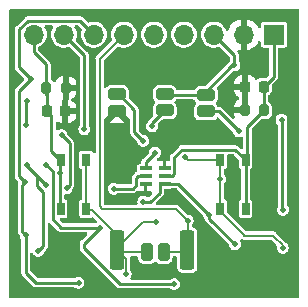
<source format=gbl>
G04 #@! TF.GenerationSoftware,KiCad,Pcbnew,7.0.7*
G04 #@! TF.CreationDate,2024-04-02T12:53:20-04:00*
G04 #@! TF.ProjectId,sensor_node,73656e73-6f72-45f6-9e6f-64652e6b6963,rev?*
G04 #@! TF.SameCoordinates,Original*
G04 #@! TF.FileFunction,Copper,L2,Bot*
G04 #@! TF.FilePolarity,Positive*
%FSLAX46Y46*%
G04 Gerber Fmt 4.6, Leading zero omitted, Abs format (unit mm)*
G04 Created by KiCad (PCBNEW 7.0.7) date 2024-04-02 12:53:20*
%MOMM*%
%LPD*%
G01*
G04 APERTURE LIST*
G04 Aperture macros list*
%AMRoundRect*
0 Rectangle with rounded corners*
0 $1 Rounding radius*
0 $2 $3 $4 $5 $6 $7 $8 $9 X,Y pos of 4 corners*
0 Add a 4 corners polygon primitive as box body*
4,1,4,$2,$3,$4,$5,$6,$7,$8,$9,$2,$3,0*
0 Add four circle primitives for the rounded corners*
1,1,$1+$1,$2,$3*
1,1,$1+$1,$4,$5*
1,1,$1+$1,$6,$7*
1,1,$1+$1,$8,$9*
0 Add four rect primitives between the rounded corners*
20,1,$1+$1,$2,$3,$4,$5,0*
20,1,$1+$1,$4,$5,$6,$7,0*
20,1,$1+$1,$6,$7,$8,$9,0*
20,1,$1+$1,$8,$9,$2,$3,0*%
G04 Aperture macros list end*
G04 #@! TA.AperFunction,ComponentPad*
%ADD10R,1.700000X1.700000*%
G04 #@! TD*
G04 #@! TA.AperFunction,ComponentPad*
%ADD11O,1.700000X1.700000*%
G04 #@! TD*
G04 #@! TA.AperFunction,SMDPad,CuDef*
%ADD12RoundRect,0.200000X-0.200000X-0.275000X0.200000X-0.275000X0.200000X0.275000X-0.200000X0.275000X0*%
G04 #@! TD*
G04 #@! TA.AperFunction,SMDPad,CuDef*
%ADD13RoundRect,0.250000X-0.362500X-1.425000X0.362500X-1.425000X0.362500X1.425000X-0.362500X1.425000X0*%
G04 #@! TD*
G04 #@! TA.AperFunction,SMDPad,CuDef*
%ADD14R,0.650000X1.050000*%
G04 #@! TD*
G04 #@! TA.AperFunction,SMDPad,CuDef*
%ADD15RoundRect,0.250000X-0.500000X0.250000X-0.500000X-0.250000X0.500000X-0.250000X0.500000X0.250000X0*%
G04 #@! TD*
G04 #@! TA.AperFunction,SMDPad,CuDef*
%ADD16R,0.990000X0.300000*%
G04 #@! TD*
G04 #@! TA.AperFunction,SMDPad,CuDef*
%ADD17RoundRect,0.200000X0.200000X0.275000X-0.200000X0.275000X-0.200000X-0.275000X0.200000X-0.275000X0*%
G04 #@! TD*
G04 #@! TA.AperFunction,SMDPad,CuDef*
%ADD18RoundRect,0.250000X0.500000X-0.250000X0.500000X0.250000X-0.500000X0.250000X-0.500000X-0.250000X0*%
G04 #@! TD*
G04 #@! TA.AperFunction,SMDPad,CuDef*
%ADD19RoundRect,0.250000X-0.250000X-0.500000X0.250000X-0.500000X0.250000X0.500000X-0.250000X0.500000X0*%
G04 #@! TD*
G04 #@! TA.AperFunction,SMDPad,CuDef*
%ADD20RoundRect,0.225000X-0.225000X-0.250000X0.225000X-0.250000X0.225000X0.250000X-0.225000X0.250000X0*%
G04 #@! TD*
G04 #@! TA.AperFunction,SMDPad,CuDef*
%ADD21RoundRect,0.225000X0.225000X0.250000X-0.225000X0.250000X-0.225000X-0.250000X0.225000X-0.250000X0*%
G04 #@! TD*
G04 #@! TA.AperFunction,ViaPad*
%ADD22C,0.500000*%
G04 #@! TD*
G04 #@! TA.AperFunction,Conductor*
%ADD23C,0.250000*%
G04 #@! TD*
G04 #@! TA.AperFunction,Conductor*
%ADD24C,0.200000*%
G04 #@! TD*
G04 APERTURE END LIST*
D10*
X112729369Y-69081998D03*
D11*
X110189369Y-69081998D03*
X107649369Y-69081998D03*
X105109369Y-69081998D03*
X102569369Y-69081998D03*
X100029369Y-69081998D03*
X97489369Y-69081998D03*
X94949369Y-69081998D03*
X92409369Y-69081998D03*
D12*
X110271147Y-75488777D03*
X111921147Y-75488777D03*
D13*
X99476869Y-87331998D03*
X105401869Y-87331998D03*
D14*
X96839370Y-83831998D03*
X96839370Y-79681998D03*
X94689370Y-83831998D03*
X94689370Y-79681998D03*
D15*
X107000000Y-74181999D03*
X107000000Y-75581999D03*
D16*
X101884369Y-81710499D03*
X101884369Y-81060499D03*
X101884369Y-80410499D03*
X103494369Y-80410499D03*
X103494369Y-81060499D03*
X103494369Y-81710499D03*
D17*
X95107593Y-73581999D03*
X93457593Y-73581999D03*
D14*
X108189369Y-79682000D03*
X108189369Y-83832000D03*
X110339369Y-79682000D03*
X110339369Y-83832000D03*
D18*
X99439369Y-75531998D03*
X99439369Y-74131998D03*
D19*
X102000000Y-87500000D03*
X103400000Y-87500000D03*
D20*
X93522594Y-75581999D03*
X95072594Y-75581999D03*
D21*
X111871147Y-73488775D03*
X110321147Y-73488775D03*
D18*
X103500000Y-75500000D03*
X103500000Y-74100000D03*
D22*
X99189368Y-82124292D03*
X94614371Y-80831999D03*
X91814370Y-80081999D03*
X91763870Y-76700000D03*
X92800000Y-87400000D03*
X102439371Y-76831999D03*
X91800000Y-74700000D03*
X93439369Y-81831997D03*
X109406233Y-71693767D03*
X91689370Y-81581999D03*
X91739369Y-86081998D03*
X92203867Y-72831999D03*
X96200000Y-90100000D03*
X96689371Y-77081998D03*
X94763869Y-77581999D03*
X95189369Y-82081999D03*
X109764563Y-77252097D03*
X113387499Y-76275001D03*
X113500000Y-83900000D03*
X105439369Y-84831998D03*
X109439370Y-86831999D03*
X107263869Y-84332000D03*
X102689369Y-79081998D03*
X101689370Y-83231999D03*
X108189370Y-81331999D03*
X100189370Y-89331999D03*
X113487500Y-87114123D03*
X105200000Y-79406499D03*
X102789370Y-84931999D03*
X101689370Y-78081999D03*
X104300000Y-90200000D03*
X98041379Y-85418491D03*
X93439369Y-80081999D03*
D23*
X109406233Y-70838864D02*
X107649368Y-69081999D01*
X109406233Y-71693767D02*
X109406233Y-70838864D01*
X107000000Y-73921367D02*
X107000000Y-74181999D01*
X109227600Y-71693767D02*
X107000000Y-73921367D01*
X109406233Y-71693767D02*
X109227600Y-71693767D01*
X109764563Y-77252097D02*
X108094465Y-75581999D01*
X108094465Y-75581999D02*
X107000000Y-75581999D01*
X113439369Y-76326871D02*
X113387499Y-76275001D01*
X113500000Y-83900000D02*
X113439369Y-83839369D01*
X113439369Y-83839369D02*
X113439369Y-76326871D01*
D24*
X112662255Y-86101623D02*
X113487500Y-86926868D01*
X113487500Y-86926868D02*
X113487500Y-87114123D01*
X110219624Y-86101623D02*
X112662255Y-86101623D01*
X110219624Y-86040939D02*
X110219624Y-86101623D01*
X108189370Y-83831999D02*
X108189370Y-84010685D01*
X108189370Y-84010685D02*
X110219624Y-86040939D01*
D23*
X99189368Y-82124292D02*
X100775708Y-82124292D01*
X93522594Y-75581999D02*
X93522594Y-73646997D01*
X94614369Y-79831998D02*
X94614369Y-83831998D01*
X93457593Y-74185224D02*
X93457593Y-71600222D01*
X101064369Y-81835631D02*
X101064369Y-81235499D01*
X100775708Y-82124292D02*
X101064369Y-81835631D01*
X101064369Y-81235499D02*
X101239369Y-81060499D01*
X93457593Y-71600222D02*
X92409370Y-70551999D01*
X93900000Y-75939404D02*
X93900000Y-78967629D01*
X93542595Y-75581999D02*
X93900000Y-75939404D01*
X94689369Y-79756998D02*
X94614369Y-79831998D01*
X101239369Y-81060499D02*
X101884370Y-81060499D01*
X94614369Y-83831998D02*
X94689369Y-83906998D01*
X93900000Y-78967629D02*
X94689369Y-79756998D01*
X92409370Y-70551999D02*
X92409370Y-69081999D01*
X104939370Y-78831999D02*
X109489369Y-78831999D01*
X103494370Y-81060499D02*
X104139371Y-81060499D01*
X111871146Y-73488775D02*
X111871146Y-75438776D01*
X110339369Y-79681998D02*
X110339370Y-83831999D01*
X104139371Y-81060499D02*
X104314370Y-80885500D01*
X111871145Y-73488775D02*
X112729369Y-72630551D01*
X109489369Y-78831999D02*
X110339369Y-79681998D01*
X112729369Y-72630551D02*
X112729369Y-69081998D01*
X104314369Y-79457000D02*
X104939370Y-78831999D01*
X110339369Y-79681998D02*
X110500000Y-79521367D01*
X104314370Y-80885500D02*
X104314369Y-79457000D01*
X110500000Y-76909921D02*
X111921145Y-75488776D01*
X110500000Y-79521367D02*
X110500000Y-76909921D01*
X91763870Y-74736130D02*
X91800000Y-74700000D01*
X93200000Y-82405801D02*
X92653686Y-81859487D01*
X91763870Y-76700000D02*
X91763870Y-74736130D01*
X92653686Y-81859487D02*
X92653686Y-81046314D01*
X92653686Y-81046314D02*
X93439369Y-81831997D01*
X92800000Y-87400000D02*
X93200000Y-87000000D01*
X93200000Y-87000000D02*
X93200000Y-82405801D01*
X102439370Y-76581999D02*
X103439370Y-75581999D01*
X91814370Y-80081999D02*
X91814369Y-80206997D01*
X91814369Y-80206997D02*
X92653686Y-81046314D01*
X102439371Y-76831999D02*
X102439370Y-76581999D01*
X103439369Y-74181999D02*
X106439369Y-74181999D01*
X91439370Y-85781999D02*
X91739369Y-86081998D01*
X91739369Y-86081998D02*
X91739369Y-89239369D01*
X91189369Y-81082000D02*
X91189370Y-73846496D01*
X91689370Y-81581999D02*
X91439370Y-81831999D01*
X92203867Y-72831999D02*
X91189369Y-71817501D01*
X91189370Y-68640297D02*
X91922669Y-67906999D01*
X91739369Y-89239369D02*
X92600000Y-90100000D01*
X92600000Y-90100000D02*
X96200000Y-90100000D01*
X91439370Y-81831999D02*
X91439370Y-85781999D01*
X96314368Y-67906998D02*
X97489369Y-69081998D01*
X91189370Y-73846496D02*
X92203867Y-72831999D01*
X91922669Y-67906999D02*
X96314368Y-67906998D01*
X91189369Y-71817501D02*
X91189370Y-68640297D01*
X91689370Y-81581999D02*
X91189369Y-81082000D01*
X96689371Y-77081998D02*
X96689369Y-70821998D01*
X94763869Y-77581999D02*
X95439369Y-78257498D01*
X95439369Y-78257498D02*
X95439370Y-81831999D01*
X95439370Y-81831999D02*
X95189369Y-82081999D01*
X96689369Y-70821998D02*
X94949370Y-69081999D01*
D24*
X100029369Y-69081999D02*
X97989369Y-71121998D01*
X103400000Y-87500000D02*
X105233867Y-87500000D01*
X97989368Y-83631999D02*
X98189370Y-83831999D01*
X105439369Y-84831998D02*
X105439369Y-87294498D01*
X98189370Y-83831999D02*
X104439370Y-83831999D01*
X104439370Y-83831999D02*
X105439369Y-84831998D01*
X105439369Y-87294498D02*
X105401869Y-87331998D01*
X97989369Y-71121998D02*
X97989368Y-83631999D01*
X105233867Y-87500000D02*
X105401869Y-87331998D01*
D23*
X107263870Y-84656499D02*
X109439370Y-86831999D01*
X103060870Y-82460499D02*
X103060870Y-81710499D01*
X103060870Y-81710499D02*
X104642370Y-81710500D01*
X101884370Y-80410499D02*
X101884369Y-79886998D01*
X101884369Y-79886998D02*
X102689369Y-79081998D01*
X107263869Y-84332000D02*
X107263870Y-84656499D01*
X102289370Y-83231999D02*
X103060870Y-82460499D01*
X104642370Y-81710500D02*
X107263869Y-84332000D01*
X101689370Y-83231999D02*
X102289370Y-83231999D01*
X103060870Y-81710499D02*
X103494369Y-81710499D01*
D24*
X100189369Y-88044500D02*
X99476870Y-87331999D01*
X100189370Y-89331999D02*
X100189369Y-88044500D01*
X101668001Y-84931999D02*
X99476870Y-87123130D01*
X102000000Y-87500000D02*
X99644871Y-87500000D01*
X99476870Y-86076870D02*
X99476870Y-87331999D01*
X96839371Y-83906998D02*
X97306998Y-83906998D01*
X108189370Y-81331999D02*
X108189369Y-83831999D01*
X108189371Y-79681998D02*
X108189370Y-81331999D01*
X105475500Y-79681999D02*
X108189370Y-79681999D01*
X96839369Y-83906999D02*
X96839371Y-79756998D01*
X105200000Y-79406499D02*
X105475500Y-79681999D01*
X102789370Y-84931999D02*
X101668001Y-84931999D01*
X99644871Y-87500000D02*
X99476869Y-87331998D01*
X99476870Y-87123130D02*
X99476870Y-87331999D01*
X97306998Y-83906998D02*
X99476870Y-86076870D01*
D23*
X100939368Y-75468826D02*
X99602542Y-74131998D01*
X101689370Y-78081999D02*
X100939369Y-77331998D01*
X100939369Y-77331998D02*
X100939368Y-75468826D01*
X94014368Y-80656999D02*
X93439369Y-80081999D01*
X96689371Y-86770499D02*
X96689371Y-87145173D01*
X98041379Y-85418491D02*
X94700860Y-85418491D01*
X98041379Y-85418491D02*
X96689371Y-86770499D01*
X94014368Y-84731999D02*
X94014368Y-80656999D01*
X99744198Y-90200000D02*
X104300000Y-90200000D01*
X94700860Y-85418491D02*
X94014368Y-84731999D01*
X96689371Y-87145173D02*
X99744198Y-90200000D01*
G04 #@! TA.AperFunction,Conductor*
G36*
X110366881Y-69581505D02*
G01*
X110419684Y-69627260D01*
X110439369Y-69694299D01*
X110439369Y-70412631D01*
X110652852Y-70355431D01*
X110652861Y-70355427D01*
X110866947Y-70255598D01*
X111060451Y-70120103D01*
X111227474Y-69953080D01*
X111362969Y-69759575D01*
X111362970Y-69759573D01*
X111392487Y-69696275D01*
X111438659Y-69643835D01*
X111505852Y-69624683D01*
X111572733Y-69644898D01*
X111618068Y-69698063D01*
X111628869Y-69748679D01*
X111628868Y-69956674D01*
X111628869Y-69956676D01*
X111643401Y-70029733D01*
X111643402Y-70029737D01*
X111643403Y-70029738D01*
X111698768Y-70112599D01*
X111781628Y-70167963D01*
X111781629Y-70167964D01*
X111781633Y-70167965D01*
X111854690Y-70182497D01*
X111854693Y-70182498D01*
X111854695Y-70182498D01*
X112229869Y-70182498D01*
X112296908Y-70202183D01*
X112342663Y-70254987D01*
X112353869Y-70306498D01*
X112353869Y-72423651D01*
X112334184Y-72490690D01*
X112317550Y-72511332D01*
X112101925Y-72726956D01*
X112040602Y-72760441D01*
X112014244Y-72763275D01*
X111600665Y-72763275D01*
X111600656Y-72763276D01*
X111544032Y-72769362D01*
X111415918Y-72817148D01*
X111334342Y-72878214D01*
X111268877Y-72902630D01*
X111200605Y-72887777D01*
X111154494Y-72844043D01*
X111118718Y-72786041D01*
X110998879Y-72666202D01*
X110998875Y-72666199D01*
X110854639Y-72577232D01*
X110854628Y-72577227D01*
X110693753Y-72523919D01*
X110594469Y-72513775D01*
X110571147Y-72513775D01*
X110571147Y-74412415D01*
X110551462Y-74479454D01*
X110534828Y-74500096D01*
X110521147Y-74513777D01*
X110521147Y-75614777D01*
X110501462Y-75681816D01*
X110448658Y-75727571D01*
X110397147Y-75738777D01*
X109371148Y-75738777D01*
X109371148Y-75820359D01*
X109377555Y-75890879D01*
X109377556Y-75890884D01*
X109428496Y-76054354D01*
X109429648Y-76124214D01*
X109392847Y-76183607D01*
X109329778Y-76213675D01*
X109260465Y-76204873D01*
X109222430Y-76178926D01*
X108396614Y-75353110D01*
X108380487Y-75333251D01*
X108374551Y-75324166D01*
X108374548Y-75324162D01*
X108346539Y-75302362D01*
X108340775Y-75297271D01*
X108337980Y-75294476D01*
X108318970Y-75280905D01*
X108275654Y-75247189D01*
X108268739Y-75243447D01*
X108261665Y-75239989D01*
X108257594Y-75238777D01*
X109371147Y-75238777D01*
X110021147Y-75238777D01*
X110021147Y-74565137D01*
X110040832Y-74498098D01*
X110057464Y-74477458D01*
X110071147Y-74463774D01*
X110071147Y-73738775D01*
X109371148Y-73738775D01*
X109371148Y-73787097D01*
X109381291Y-73886382D01*
X109434599Y-74047256D01*
X109434604Y-74047267D01*
X109523571Y-74191503D01*
X109523574Y-74191507D01*
X109643414Y-74311347D01*
X109643418Y-74311350D01*
X109751455Y-74377989D01*
X109798180Y-74429937D01*
X109809401Y-74498899D01*
X109781558Y-74562981D01*
X109750509Y-74589643D01*
X109636272Y-74658702D01*
X109636268Y-74658705D01*
X109516074Y-74778899D01*
X109428127Y-74924381D01*
X109377556Y-75086670D01*
X109371147Y-75157204D01*
X109371147Y-75238777D01*
X108257594Y-75238777D01*
X108209061Y-75224328D01*
X108157123Y-75206498D01*
X108149388Y-75205207D01*
X108141550Y-75204230D01*
X108086709Y-75206499D01*
X108073467Y-75206499D01*
X108006428Y-75186814D01*
X107960673Y-75134010D01*
X107957285Y-75125833D01*
X107943796Y-75089668D01*
X107943793Y-75089663D01*
X107857547Y-74974454D01*
X107852773Y-74969680D01*
X107819288Y-74908357D01*
X107824272Y-74838665D01*
X107852773Y-74794318D01*
X107857542Y-74789547D01*
X107857546Y-74789545D01*
X107943796Y-74674330D01*
X107994091Y-74539482D01*
X108000500Y-74479872D01*
X108000499Y-73884127D01*
X107994091Y-73824516D01*
X107987253Y-73806183D01*
X107943797Y-73689670D01*
X107943796Y-73689669D01*
X107943796Y-73689668D01*
X107930673Y-73672138D01*
X107906254Y-73606677D01*
X107921104Y-73538403D01*
X107942254Y-73510148D01*
X108213627Y-73238775D01*
X109371147Y-73238775D01*
X110071147Y-73238775D01*
X110071147Y-72513774D01*
X110047840Y-72513775D01*
X110047821Y-72513776D01*
X109948539Y-72523919D01*
X109787665Y-72577227D01*
X109787654Y-72577232D01*
X109643418Y-72666199D01*
X109643414Y-72666202D01*
X109523574Y-72786042D01*
X109523571Y-72786046D01*
X109434604Y-72930282D01*
X109434599Y-72930293D01*
X109381291Y-73091168D01*
X109371147Y-73190452D01*
X109371147Y-73238775D01*
X108213627Y-73238775D01*
X109223818Y-72228584D01*
X109285139Y-72195101D01*
X109329148Y-72193530D01*
X109334271Y-72194266D01*
X109334272Y-72194267D01*
X109334273Y-72194267D01*
X109478195Y-72194267D01*
X109478195Y-72194266D01*
X109616286Y-72153720D01*
X109737361Y-72075910D01*
X109831610Y-71967140D01*
X109891398Y-71836224D01*
X109911880Y-71693767D01*
X109891398Y-71551310D01*
X109831610Y-71420394D01*
X109812018Y-71397783D01*
X109782995Y-71334227D01*
X109781733Y-71316582D01*
X109781733Y-70890667D01*
X109784372Y-70865222D01*
X109786414Y-70855480D01*
X109786600Y-70854595D01*
X109782663Y-70823008D01*
X109782210Y-70819372D01*
X109781733Y-70811696D01*
X109781733Y-70807753D01*
X109781732Y-70807747D01*
X109777888Y-70784710D01*
X109771098Y-70730237D01*
X109768850Y-70722691D01*
X109766298Y-70715254D01*
X109740175Y-70666983D01*
X109731931Y-70650120D01*
X109716059Y-70617652D01*
X109716056Y-70617649D01*
X109716056Y-70617648D01*
X109711500Y-70611266D01*
X109706656Y-70605042D01*
X109702034Y-70600787D01*
X109687260Y-70587186D01*
X109651272Y-70527302D01*
X109653372Y-70457464D01*
X109692895Y-70399848D01*
X109757295Y-70372746D01*
X109803338Y-70376184D01*
X109939369Y-70412632D01*
X109939369Y-69694299D01*
X109959054Y-69627260D01*
X110011858Y-69581505D01*
X110081016Y-69571561D01*
X110153606Y-69581998D01*
X110153607Y-69581998D01*
X110225131Y-69581998D01*
X110225132Y-69581998D01*
X110297722Y-69571561D01*
X110366881Y-69581505D01*
G37*
G04 #@! TD.AperFunction*
G04 #@! TA.AperFunction,Conductor*
G36*
X114842538Y-66919682D02*
G01*
X114888293Y-66972486D01*
X114899499Y-67023997D01*
X114899499Y-91275500D01*
X114879814Y-91342539D01*
X114827010Y-91388294D01*
X114775499Y-91399500D01*
X90424000Y-91399500D01*
X90356961Y-91379815D01*
X90311206Y-91327011D01*
X90300000Y-91275500D01*
X90300000Y-81066269D01*
X90809001Y-81066269D01*
X90813392Y-81101491D01*
X90813869Y-81109168D01*
X90813869Y-81113115D01*
X90817713Y-81136152D01*
X90824504Y-81190627D01*
X90826755Y-81198189D01*
X90829302Y-81205609D01*
X90845303Y-81235173D01*
X90855432Y-81253890D01*
X90879543Y-81303212D01*
X90884104Y-81309599D01*
X90888953Y-81315830D01*
X90929341Y-81353009D01*
X91082223Y-81505891D01*
X91115708Y-81567214D01*
X91110724Y-81636906D01*
X91103604Y-81652576D01*
X91100825Y-81657710D01*
X91097358Y-81664803D01*
X91081699Y-81717402D01*
X91063870Y-81769337D01*
X91062576Y-81777091D01*
X91061601Y-81784910D01*
X91063870Y-81839754D01*
X91063870Y-85730195D01*
X91061232Y-85755633D01*
X91059003Y-85766267D01*
X91059003Y-85766268D01*
X91059003Y-85766270D01*
X91063393Y-85801490D01*
X91063870Y-85809166D01*
X91063870Y-85813115D01*
X91067712Y-85836140D01*
X91074504Y-85890626D01*
X91076743Y-85898146D01*
X91079304Y-85905607D01*
X91079305Y-85905609D01*
X91097668Y-85939541D01*
X91105425Y-85953876D01*
X91129544Y-86003210D01*
X91134112Y-86009608D01*
X91138952Y-86015826D01*
X91179341Y-86053008D01*
X91208801Y-86082468D01*
X91242286Y-86143791D01*
X91243858Y-86152501D01*
X91254203Y-86224451D01*
X91254204Y-86224456D01*
X91286585Y-86295359D01*
X91313992Y-86355371D01*
X91333581Y-86377978D01*
X91362607Y-86441532D01*
X91363869Y-86459181D01*
X91363869Y-89187565D01*
X91361231Y-89213003D01*
X91359002Y-89223637D01*
X91359002Y-89223638D01*
X91359002Y-89223640D01*
X91363392Y-89258860D01*
X91363869Y-89266536D01*
X91363869Y-89270485D01*
X91367711Y-89293510D01*
X91374503Y-89347996D01*
X91376742Y-89355516D01*
X91379303Y-89362977D01*
X91379304Y-89362979D01*
X91405424Y-89411246D01*
X91429543Y-89460580D01*
X91434111Y-89466978D01*
X91438951Y-89473196D01*
X91479340Y-89510378D01*
X92297849Y-90328886D01*
X92313977Y-90348745D01*
X92319916Y-90357836D01*
X92347932Y-90379641D01*
X92353693Y-90384730D01*
X92356482Y-90387519D01*
X92375483Y-90401085D01*
X92411204Y-90428888D01*
X92418811Y-90434809D01*
X92425704Y-90438539D01*
X92432796Y-90442006D01*
X92432801Y-90442010D01*
X92455421Y-90448744D01*
X92485403Y-90457670D01*
X92537338Y-90475500D01*
X92545072Y-90476790D01*
X92552910Y-90477767D01*
X92552912Y-90477768D01*
X92552913Y-90477767D01*
X92552914Y-90477768D01*
X92607756Y-90475500D01*
X95822126Y-90475500D01*
X95889165Y-90495185D01*
X95889166Y-90495185D01*
X95989947Y-90559953D01*
X95989948Y-90559953D01*
X95989949Y-90559954D01*
X96128036Y-90600499D01*
X96128038Y-90600500D01*
X96128039Y-90600500D01*
X96271962Y-90600500D01*
X96271962Y-90600499D01*
X96410053Y-90559953D01*
X96531128Y-90482143D01*
X96625377Y-90373373D01*
X96685165Y-90242457D01*
X96705647Y-90100000D01*
X96685165Y-89957543D01*
X96625377Y-89826627D01*
X96531128Y-89717857D01*
X96410053Y-89640047D01*
X96410051Y-89640046D01*
X96410049Y-89640045D01*
X96410050Y-89640045D01*
X96271963Y-89599500D01*
X96271961Y-89599500D01*
X96128039Y-89599500D01*
X96128036Y-89599500D01*
X95989949Y-89640045D01*
X95989948Y-89640046D01*
X95889166Y-89704815D01*
X95822126Y-89724500D01*
X92806899Y-89724500D01*
X92739860Y-89704815D01*
X92719218Y-89688181D01*
X92151188Y-89120150D01*
X92117703Y-89058827D01*
X92114869Y-89032469D01*
X92114869Y-87674610D01*
X92134554Y-87607571D01*
X92187358Y-87561816D01*
X92256516Y-87551872D01*
X92320072Y-87580897D01*
X92351662Y-87623097D01*
X92374623Y-87673373D01*
X92468872Y-87782143D01*
X92589947Y-87859953D01*
X92589950Y-87859954D01*
X92589949Y-87859954D01*
X92728036Y-87900499D01*
X92728038Y-87900500D01*
X92728039Y-87900500D01*
X92871962Y-87900500D01*
X92871962Y-87900499D01*
X93010053Y-87859953D01*
X93131128Y-87782143D01*
X93225377Y-87673373D01*
X93285165Y-87542457D01*
X93295509Y-87470502D01*
X93324533Y-87406949D01*
X93330552Y-87400483D01*
X93428889Y-87302146D01*
X93448746Y-87286022D01*
X93457836Y-87280084D01*
X93479638Y-87252071D01*
X93484733Y-87246303D01*
X93487519Y-87243518D01*
X93487528Y-87243506D01*
X93501086Y-87224516D01*
X93534807Y-87181192D01*
X93538547Y-87174278D01*
X93542006Y-87167203D01*
X93542010Y-87167199D01*
X93553251Y-87129441D01*
X93557672Y-87114593D01*
X93575500Y-87062661D01*
X93576791Y-87054924D01*
X93577768Y-87047086D01*
X93575500Y-86992244D01*
X93575500Y-85123530D01*
X93595185Y-85056491D01*
X93647989Y-85010736D01*
X93717147Y-85000792D01*
X93780703Y-85029817D01*
X93787181Y-85035849D01*
X94398709Y-85647377D01*
X94414837Y-85667236D01*
X94420776Y-85676327D01*
X94448792Y-85698132D01*
X94454553Y-85703221D01*
X94457342Y-85706010D01*
X94476343Y-85719576D01*
X94516874Y-85751123D01*
X94519671Y-85753300D01*
X94526582Y-85757040D01*
X94533660Y-85760501D01*
X94576504Y-85773256D01*
X94586265Y-85776162D01*
X94638200Y-85793991D01*
X94638202Y-85793991D01*
X94645939Y-85795282D01*
X94653769Y-85796258D01*
X94653771Y-85796259D01*
X94653772Y-85796258D01*
X94653773Y-85796259D01*
X94708615Y-85793991D01*
X96835479Y-85793991D01*
X96902518Y-85813676D01*
X96948273Y-85866480D01*
X96958217Y-85935638D01*
X96929192Y-85999194D01*
X96923160Y-86005672D01*
X96460479Y-86468351D01*
X96440625Y-86484475D01*
X96431536Y-86490413D01*
X96431535Y-86490414D01*
X96409734Y-86518422D01*
X96404657Y-86524173D01*
X96401855Y-86526976D01*
X96401845Y-86526987D01*
X96388276Y-86545994D01*
X96354563Y-86589307D01*
X96350818Y-86596228D01*
X96347359Y-86603303D01*
X96331700Y-86655902D01*
X96313871Y-86707837D01*
X96312577Y-86715591D01*
X96311602Y-86723410D01*
X96313871Y-86778254D01*
X96313871Y-87093369D01*
X96311233Y-87118807D01*
X96309004Y-87129441D01*
X96309004Y-87129442D01*
X96309004Y-87129444D01*
X96313394Y-87164664D01*
X96313871Y-87172340D01*
X96313871Y-87176289D01*
X96317713Y-87199314D01*
X96324505Y-87253800D01*
X96326744Y-87261320D01*
X96329305Y-87268781D01*
X96329306Y-87268783D01*
X96335421Y-87280083D01*
X96355426Y-87317050D01*
X96379545Y-87366384D01*
X96384113Y-87372782D01*
X96388952Y-87378999D01*
X96429342Y-87416181D01*
X98696013Y-89682853D01*
X99442048Y-90428888D01*
X99458173Y-90448744D01*
X99464111Y-90457832D01*
X99464114Y-90457836D01*
X99484073Y-90473371D01*
X99492123Y-90479636D01*
X99497885Y-90484725D01*
X99500680Y-90487520D01*
X99519693Y-90501094D01*
X99563009Y-90534809D01*
X99563016Y-90534811D01*
X99569918Y-90538547D01*
X99576994Y-90542006D01*
X99576999Y-90542010D01*
X99629601Y-90557669D01*
X99629601Y-90557670D01*
X99681536Y-90575500D01*
X99689270Y-90576790D01*
X99697108Y-90577767D01*
X99697110Y-90577768D01*
X99697111Y-90577767D01*
X99697112Y-90577768D01*
X99751954Y-90575500D01*
X103922126Y-90575500D01*
X103989165Y-90595185D01*
X103989166Y-90595185D01*
X104089947Y-90659953D01*
X104089948Y-90659953D01*
X104089949Y-90659954D01*
X104228036Y-90700499D01*
X104228038Y-90700500D01*
X104228039Y-90700500D01*
X104371962Y-90700500D01*
X104371962Y-90700499D01*
X104510053Y-90659953D01*
X104631128Y-90582143D01*
X104725377Y-90473373D01*
X104785165Y-90342457D01*
X104805647Y-90200000D01*
X104785165Y-90057543D01*
X104725377Y-89926627D01*
X104631128Y-89817857D01*
X104510053Y-89740047D01*
X104510051Y-89740046D01*
X104510049Y-89740045D01*
X104510050Y-89740045D01*
X104371963Y-89699500D01*
X104371961Y-89699500D01*
X104228039Y-89699500D01*
X104228036Y-89699500D01*
X104089949Y-89740045D01*
X104089948Y-89740046D01*
X103989166Y-89804815D01*
X103922126Y-89824500D01*
X100696394Y-89824500D01*
X100629355Y-89804815D01*
X100583600Y-89752011D01*
X100573656Y-89682853D01*
X100602680Y-89619298D01*
X100614747Y-89605372D01*
X100674535Y-89474456D01*
X100695017Y-89331999D01*
X100674535Y-89189542D01*
X100614747Y-89058626D01*
X100614745Y-89058624D01*
X100614744Y-89058621D01*
X100570156Y-89007164D01*
X100541131Y-88943609D01*
X100539869Y-88925962D01*
X100539869Y-88093707D01*
X100542508Y-88068261D01*
X100544411Y-88059186D01*
X100542151Y-88041062D01*
X100540346Y-88026569D01*
X100539869Y-88018892D01*
X100539869Y-88015460D01*
X100539868Y-88015453D01*
X100536280Y-87993954D01*
X100535768Y-87989851D01*
X100547002Y-87920891D01*
X100593735Y-87868950D01*
X100658814Y-87850500D01*
X101125501Y-87850500D01*
X101192540Y-87870185D01*
X101238295Y-87922989D01*
X101249501Y-87974500D01*
X101249501Y-88047876D01*
X101255908Y-88107483D01*
X101306202Y-88242328D01*
X101306206Y-88242335D01*
X101392452Y-88357544D01*
X101392455Y-88357547D01*
X101507664Y-88443793D01*
X101507671Y-88443797D01*
X101552618Y-88460560D01*
X101642517Y-88494091D01*
X101702127Y-88500500D01*
X102297872Y-88500499D01*
X102357483Y-88494091D01*
X102492331Y-88443796D01*
X102607546Y-88357546D01*
X102607548Y-88357542D01*
X102612319Y-88352773D01*
X102673642Y-88319288D01*
X102743334Y-88324272D01*
X102787681Y-88352773D01*
X102792455Y-88357547D01*
X102907664Y-88443793D01*
X102907671Y-88443797D01*
X102952618Y-88460560D01*
X103042517Y-88494091D01*
X103102127Y-88500500D01*
X103697872Y-88500499D01*
X103757483Y-88494091D01*
X103892331Y-88443796D01*
X104007546Y-88357546D01*
X104093796Y-88242331D01*
X104144091Y-88107483D01*
X104150500Y-88047873D01*
X104150500Y-87974500D01*
X104170185Y-87907461D01*
X104222989Y-87861706D01*
X104274500Y-87850500D01*
X104414870Y-87850500D01*
X104481909Y-87870185D01*
X104527664Y-87922989D01*
X104538870Y-87974500D01*
X104538870Y-88804874D01*
X104545277Y-88864481D01*
X104595571Y-88999326D01*
X104595575Y-88999333D01*
X104681821Y-89114542D01*
X104681824Y-89114545D01*
X104797033Y-89200791D01*
X104797040Y-89200795D01*
X104931886Y-89251089D01*
X104931885Y-89251089D01*
X104938813Y-89251833D01*
X104991496Y-89257498D01*
X105812241Y-89257497D01*
X105871852Y-89251089D01*
X106006700Y-89200794D01*
X106121915Y-89114544D01*
X106208165Y-88999329D01*
X106258460Y-88864481D01*
X106264869Y-88804871D01*
X106264868Y-85859126D01*
X106258460Y-85799515D01*
X106256881Y-85795282D01*
X106208166Y-85664669D01*
X106208162Y-85664662D01*
X106121916Y-85549453D01*
X106121913Y-85549450D01*
X106006704Y-85463204D01*
X106006699Y-85463201D01*
X105870535Y-85412415D01*
X105814602Y-85370543D01*
X105790185Y-85305079D01*
X105789869Y-85296233D01*
X105789869Y-85238033D01*
X105809554Y-85170994D01*
X105820151Y-85156835D01*
X105864746Y-85105371D01*
X105924534Y-84974455D01*
X105945016Y-84831998D01*
X105924534Y-84689541D01*
X105864746Y-84558625D01*
X105770497Y-84449855D01*
X105649422Y-84372045D01*
X105649420Y-84372044D01*
X105649418Y-84372043D01*
X105649419Y-84372043D01*
X105511332Y-84331498D01*
X105511330Y-84331498D01*
X105485913Y-84331498D01*
X105418874Y-84311813D01*
X105398232Y-84295179D01*
X104722007Y-83618954D01*
X104705881Y-83599097D01*
X104700807Y-83591330D01*
X104674857Y-83571132D01*
X104669111Y-83566058D01*
X104666677Y-83563624D01*
X104666676Y-83563623D01*
X104666675Y-83563622D01*
X104660218Y-83559012D01*
X104648931Y-83550954D01*
X104608496Y-83519482D01*
X104608492Y-83519480D01*
X104602018Y-83515976D01*
X104595439Y-83512759D01*
X104546324Y-83498137D01*
X104497856Y-83481497D01*
X104490639Y-83480293D01*
X104483323Y-83479381D01*
X104434095Y-83481418D01*
X104432139Y-83481499D01*
X102870269Y-83481499D01*
X102803230Y-83461814D01*
X102757475Y-83409010D01*
X102747531Y-83339852D01*
X102776556Y-83276296D01*
X102782588Y-83269818D01*
X103029727Y-83022679D01*
X103289762Y-82762643D01*
X103309611Y-82746524D01*
X103318706Y-82740583D01*
X103340514Y-82712561D01*
X103345591Y-82706815D01*
X103348390Y-82704017D01*
X103361964Y-82685003D01*
X103395679Y-82641688D01*
X103395679Y-82641686D01*
X103399417Y-82634779D01*
X103402873Y-82627706D01*
X103402880Y-82627698D01*
X103418540Y-82575095D01*
X103436370Y-82523159D01*
X103436370Y-82523154D01*
X103437660Y-82515423D01*
X103438638Y-82507584D01*
X103436370Y-82452743D01*
X103436370Y-82234999D01*
X103456055Y-82167960D01*
X103508859Y-82122205D01*
X103560370Y-82110999D01*
X104014044Y-82110999D01*
X104032187Y-82107389D01*
X104087109Y-82096465D01*
X104087110Y-82096464D01*
X104087111Y-82096464D01*
X104089592Y-82095437D01*
X104137042Y-82085999D01*
X104435470Y-82085999D01*
X104502509Y-82105684D01*
X104523151Y-82122318D01*
X106733301Y-84332469D01*
X106766786Y-84393792D01*
X106768358Y-84402502D01*
X106778703Y-84474454D01*
X106778704Y-84474458D01*
X106832123Y-84591427D01*
X106838492Y-84605373D01*
X106851421Y-84620294D01*
X106860417Y-84630676D01*
X106889011Y-84691465D01*
X106892211Y-84710639D01*
X106899004Y-84765129D01*
X106901241Y-84772642D01*
X106903804Y-84780108D01*
X106903804Y-84780109D01*
X106903805Y-84780110D01*
X106929926Y-84828378D01*
X106939406Y-84847769D01*
X106954043Y-84877708D01*
X106958610Y-84884104D01*
X106963453Y-84890327D01*
X107003842Y-84927509D01*
X108908802Y-86832468D01*
X108942287Y-86893791D01*
X108943859Y-86902501D01*
X108954204Y-86974453D01*
X108954205Y-86974457D01*
X108990855Y-87054707D01*
X109013993Y-87105372D01*
X109108242Y-87214142D01*
X109229317Y-87291952D01*
X109229320Y-87291953D01*
X109229319Y-87291953D01*
X109367406Y-87332498D01*
X109367408Y-87332499D01*
X109367409Y-87332499D01*
X109511332Y-87332499D01*
X109511332Y-87332498D01*
X109618491Y-87301034D01*
X109649420Y-87291953D01*
X109649420Y-87291952D01*
X109649423Y-87291952D01*
X109770498Y-87214142D01*
X109864747Y-87105372D01*
X109924535Y-86974456D01*
X109945017Y-86831999D01*
X109924535Y-86689542D01*
X109869924Y-86569963D01*
X109859981Y-86500807D01*
X109889006Y-86437251D01*
X109947783Y-86399476D01*
X110017653Y-86399476D01*
X110041737Y-86409399D01*
X110050494Y-86414138D01*
X110050496Y-86414138D01*
X110050498Y-86414140D01*
X110089665Y-86427586D01*
X110094435Y-86429446D01*
X110132392Y-86446096D01*
X110132394Y-86446096D01*
X110134351Y-86446591D01*
X110159158Y-86451792D01*
X110161135Y-86452122D01*
X110161136Y-86452123D01*
X110202563Y-86452123D01*
X110207684Y-86452335D01*
X110234796Y-86454580D01*
X110248968Y-86455755D01*
X110248968Y-86455754D01*
X110248972Y-86455755D01*
X110250927Y-86455593D01*
X110278767Y-86452123D01*
X112465711Y-86452123D01*
X112532750Y-86471808D01*
X112553392Y-86488442D01*
X112962753Y-86897803D01*
X112996238Y-86959126D01*
X112997810Y-87003130D01*
X112981853Y-87114121D01*
X112981853Y-87114122D01*
X113002334Y-87256579D01*
X113062122Y-87387494D01*
X113062123Y-87387496D01*
X113156372Y-87496266D01*
X113277447Y-87574076D01*
X113277450Y-87574077D01*
X113277449Y-87574077D01*
X113415536Y-87614622D01*
X113415538Y-87614623D01*
X113415539Y-87614623D01*
X113559462Y-87614623D01*
X113559462Y-87614622D01*
X113697553Y-87574076D01*
X113818628Y-87496266D01*
X113912877Y-87387496D01*
X113972665Y-87256580D01*
X113993147Y-87114123D01*
X113972665Y-86971666D01*
X113912877Y-86840750D01*
X113818628Y-86731980D01*
X113744952Y-86684631D01*
X113724316Y-86668001D01*
X112944892Y-85888578D01*
X112928766Y-85868721D01*
X112923692Y-85860954D01*
X112897742Y-85840756D01*
X112891996Y-85835682D01*
X112889562Y-85833248D01*
X112889561Y-85833247D01*
X112889560Y-85833246D01*
X112883103Y-85828636D01*
X112871816Y-85820578D01*
X112831381Y-85789106D01*
X112831377Y-85789104D01*
X112824903Y-85785600D01*
X112818324Y-85782383D01*
X112769209Y-85767761D01*
X112720741Y-85751121D01*
X112713524Y-85749917D01*
X112706208Y-85749005D01*
X112656980Y-85751042D01*
X112655024Y-85751123D01*
X110476851Y-85751123D01*
X110409812Y-85731438D01*
X110389170Y-85714804D01*
X108801188Y-84126821D01*
X108767703Y-84065498D01*
X108764869Y-84039140D01*
X108764869Y-83282323D01*
X108764868Y-83282321D01*
X108750336Y-83209264D01*
X108750335Y-83209260D01*
X108750334Y-83209258D01*
X108694970Y-83126399D01*
X108694969Y-83126398D01*
X108601954Y-83064248D01*
X108603293Y-83062243D01*
X108562009Y-83028970D01*
X108539948Y-82962675D01*
X108539869Y-82958256D01*
X108539869Y-81738035D01*
X108559554Y-81670996D01*
X108570156Y-81656832D01*
X108575374Y-81650810D01*
X108614747Y-81605372D01*
X108674535Y-81474456D01*
X108695017Y-81331999D01*
X108674535Y-81189542D01*
X108614747Y-81058626D01*
X108614744Y-81058622D01*
X108570156Y-81007163D01*
X108541132Y-80943607D01*
X108539870Y-80925962D01*
X108539870Y-80750671D01*
X108539870Y-80555738D01*
X108559553Y-80488703D01*
X108602889Y-80451151D01*
X108601954Y-80449751D01*
X108612108Y-80442966D01*
X108612109Y-80442966D01*
X108694970Y-80387601D01*
X108750335Y-80304740D01*
X108764869Y-80231674D01*
X108764869Y-79331498D01*
X108784554Y-79264460D01*
X108837358Y-79218705D01*
X108888869Y-79207499D01*
X109282470Y-79207499D01*
X109349509Y-79227184D01*
X109370151Y-79243818D01*
X109727550Y-79601216D01*
X109761035Y-79662539D01*
X109763869Y-79688897D01*
X109763869Y-80231678D01*
X109778401Y-80304735D01*
X109778402Y-80304739D01*
X109778403Y-80304740D01*
X109833768Y-80387601D01*
X109908759Y-80437708D01*
X109953565Y-80491319D01*
X109963869Y-80540810D01*
X109963869Y-82973189D01*
X109944184Y-83040228D01*
X109908760Y-83076291D01*
X109833768Y-83126398D01*
X109778402Y-83209260D01*
X109778401Y-83209264D01*
X109763869Y-83282321D01*
X109763869Y-84381678D01*
X109778401Y-84454735D01*
X109778402Y-84454739D01*
X109778403Y-84454740D01*
X109833768Y-84537601D01*
X109899467Y-84581499D01*
X109916629Y-84592966D01*
X109916633Y-84592967D01*
X109989690Y-84607499D01*
X109989693Y-84607500D01*
X109989695Y-84607500D01*
X110689045Y-84607500D01*
X110689046Y-84607499D01*
X110762109Y-84592966D01*
X110844970Y-84537601D01*
X110900335Y-84454740D01*
X110914869Y-84381674D01*
X110914869Y-83282326D01*
X110914869Y-83282324D01*
X110914869Y-83282323D01*
X110914868Y-83282321D01*
X110900336Y-83209264D01*
X110900335Y-83209260D01*
X110900334Y-83209258D01*
X110844970Y-83126399D01*
X110844969Y-83126398D01*
X110769978Y-83076291D01*
X110725173Y-83022679D01*
X110714869Y-82973189D01*
X110714869Y-80540810D01*
X110734554Y-80473771D01*
X110769977Y-80437708D01*
X110844970Y-80387601D01*
X110900335Y-80304740D01*
X110914869Y-80231674D01*
X110914869Y-79132326D01*
X110914869Y-79132324D01*
X110914869Y-79132323D01*
X110900335Y-79059260D01*
X110896396Y-79053364D01*
X110875520Y-78986686D01*
X110875500Y-78984476D01*
X110875500Y-77116820D01*
X110895185Y-77049781D01*
X110911819Y-77029139D01*
X111665957Y-76275001D01*
X112881852Y-76275001D01*
X112883250Y-76284727D01*
X112902333Y-76417457D01*
X112961428Y-76546854D01*
X112962122Y-76548374D01*
X113033582Y-76630844D01*
X113062607Y-76694399D01*
X113063869Y-76712046D01*
X113063869Y-83623199D01*
X113052663Y-83674711D01*
X113014835Y-83757539D01*
X113014834Y-83757543D01*
X112994353Y-83899999D01*
X113014834Y-84042456D01*
X113053363Y-84126821D01*
X113074623Y-84173373D01*
X113168872Y-84282143D01*
X113289947Y-84359953D01*
X113289950Y-84359954D01*
X113289949Y-84359954D01*
X113428036Y-84400499D01*
X113428038Y-84400500D01*
X113428039Y-84400500D01*
X113571962Y-84400500D01*
X113571962Y-84400499D01*
X113679121Y-84369035D01*
X113710050Y-84359954D01*
X113710050Y-84359953D01*
X113710053Y-84359953D01*
X113831128Y-84282143D01*
X113925377Y-84173373D01*
X113985165Y-84042457D01*
X114005647Y-83900000D01*
X113985165Y-83757543D01*
X113925377Y-83626627D01*
X113925375Y-83626625D01*
X113925374Y-83626622D01*
X113845156Y-83534045D01*
X113816131Y-83470489D01*
X113814869Y-83452843D01*
X113814869Y-76570983D01*
X113826075Y-76519471D01*
X113839957Y-76489074D01*
X113872664Y-76417458D01*
X113893146Y-76275001D01*
X113872664Y-76132544D01*
X113812876Y-76001628D01*
X113718627Y-75892858D01*
X113597552Y-75815048D01*
X113597550Y-75815047D01*
X113597548Y-75815046D01*
X113597549Y-75815046D01*
X113459462Y-75774501D01*
X113459460Y-75774501D01*
X113315538Y-75774501D01*
X113315535Y-75774501D01*
X113177448Y-75815046D01*
X113056372Y-75892857D01*
X112962122Y-76001627D01*
X112962121Y-76001629D01*
X112902333Y-76132544D01*
X112883056Y-76266626D01*
X112881852Y-76275001D01*
X111665957Y-76275001D01*
X111690362Y-76250596D01*
X111751685Y-76217111D01*
X111778043Y-76214277D01*
X112175417Y-76214277D01*
X112205846Y-76211423D01*
X112205848Y-76211423D01*
X112269937Y-76188996D01*
X112334029Y-76166570D01*
X112443297Y-76085927D01*
X112523940Y-75976659D01*
X112553263Y-75892858D01*
X112568793Y-75848478D01*
X112568793Y-75848476D01*
X112571647Y-75818046D01*
X112571647Y-75159507D01*
X112568793Y-75129077D01*
X112568793Y-75129075D01*
X112526310Y-75007669D01*
X112523940Y-75000895D01*
X112443297Y-74891627D01*
X112334029Y-74810984D01*
X112334027Y-74810983D01*
X112329684Y-74809463D01*
X112272910Y-74768737D01*
X112247167Y-74703783D01*
X112246646Y-74692424D01*
X112246646Y-74276233D01*
X112266331Y-74209194D01*
X112319135Y-74163439D01*
X112326086Y-74160559D01*
X112326369Y-74160404D01*
X112326373Y-74160403D01*
X112435834Y-74078462D01*
X112517775Y-73969001D01*
X112565559Y-73840889D01*
X112569290Y-73806183D01*
X112571646Y-73784276D01*
X112571646Y-73784269D01*
X112571647Y-73784260D01*
X112571646Y-73370671D01*
X112591330Y-73303633D01*
X112607960Y-73282996D01*
X112958261Y-72932695D01*
X112978110Y-72916576D01*
X112987205Y-72910635D01*
X113009013Y-72882613D01*
X113014090Y-72876867D01*
X113016889Y-72874069D01*
X113030463Y-72855055D01*
X113059969Y-72817148D01*
X113064176Y-72811743D01*
X113067916Y-72804831D01*
X113071372Y-72797758D01*
X113071379Y-72797750D01*
X113087039Y-72745147D01*
X113104869Y-72693211D01*
X113104869Y-72693206D01*
X113106159Y-72685475D01*
X113107137Y-72677636D01*
X113104869Y-72622795D01*
X113104869Y-70306498D01*
X113124554Y-70239459D01*
X113177358Y-70193704D01*
X113228869Y-70182498D01*
X113604045Y-70182498D01*
X113604046Y-70182497D01*
X113677109Y-70167964D01*
X113759970Y-70112599D01*
X113815335Y-70029738D01*
X113829869Y-69956672D01*
X113829869Y-68207324D01*
X113829868Y-68207324D01*
X113829869Y-68207321D01*
X113829868Y-68207319D01*
X113815336Y-68134262D01*
X113815335Y-68134258D01*
X113815334Y-68134257D01*
X113759970Y-68051397D01*
X113677109Y-67996032D01*
X113677108Y-67996031D01*
X113677104Y-67996030D01*
X113604046Y-67981498D01*
X113604043Y-67981498D01*
X111854695Y-67981498D01*
X111854692Y-67981498D01*
X111781633Y-67996030D01*
X111781629Y-67996031D01*
X111698768Y-68051397D01*
X111643402Y-68134258D01*
X111643401Y-68134262D01*
X111628869Y-68207319D01*
X111628869Y-68415316D01*
X111609184Y-68482355D01*
X111556380Y-68528110D01*
X111487222Y-68538054D01*
X111423666Y-68509029D01*
X111392487Y-68467721D01*
X111362969Y-68404420D01*
X111362968Y-68404418D01*
X111227482Y-68210924D01*
X111227477Y-68210918D01*
X111060451Y-68043892D01*
X110866947Y-67908397D01*
X110652861Y-67808568D01*
X110652855Y-67808565D01*
X110439369Y-67751362D01*
X110439369Y-68469696D01*
X110419684Y-68536735D01*
X110366880Y-68582490D01*
X110297724Y-68592434D01*
X110225135Y-68581998D01*
X110225132Y-68581998D01*
X110153606Y-68581998D01*
X110153602Y-68581998D01*
X110081014Y-68592434D01*
X110011856Y-68582490D01*
X109959053Y-68536734D01*
X109939369Y-68469696D01*
X109939369Y-67751362D01*
X109939368Y-67751362D01*
X109725882Y-67808565D01*
X109725876Y-67808568D01*
X109511791Y-67908397D01*
X109511789Y-67908398D01*
X109318295Y-68043884D01*
X109318289Y-68043889D01*
X109151260Y-68210918D01*
X109151255Y-68210924D01*
X109015769Y-68404418D01*
X109015768Y-68404420D01*
X108915939Y-68618505D01*
X108915937Y-68618509D01*
X108906961Y-68652009D01*
X108870595Y-68711669D01*
X108807748Y-68742197D01*
X108738372Y-68733902D01*
X108684495Y-68689416D01*
X108676186Y-68675186D01*
X108607902Y-68538054D01*
X108589042Y-68500177D01*
X108473768Y-68347529D01*
X108466131Y-68337416D01*
X108315410Y-68200017D01*
X108315408Y-68200015D01*
X108142011Y-68092653D01*
X108142004Y-68092649D01*
X108016138Y-68043889D01*
X107951825Y-68018974D01*
X107751345Y-67981498D01*
X107547393Y-67981498D01*
X107346913Y-68018974D01*
X107346910Y-68018974D01*
X107346910Y-68018975D01*
X107156733Y-68092649D01*
X107156726Y-68092653D01*
X106983329Y-68200015D01*
X106983327Y-68200017D01*
X106832606Y-68337416D01*
X106709696Y-68500176D01*
X106618791Y-68682737D01*
X106618786Y-68682750D01*
X106562971Y-68878915D01*
X106544154Y-69081997D01*
X106544154Y-69081998D01*
X106562971Y-69285080D01*
X106618786Y-69481245D01*
X106618791Y-69481258D01*
X106709696Y-69663819D01*
X106832606Y-69826579D01*
X106983327Y-69963978D01*
X106983329Y-69963980D01*
X107082510Y-70025390D01*
X107156732Y-70071346D01*
X107346913Y-70145022D01*
X107547393Y-70182498D01*
X107547395Y-70182498D01*
X107751343Y-70182498D01*
X107751345Y-70182498D01*
X107951825Y-70145022D01*
X108041920Y-70110118D01*
X108111544Y-70104256D01*
X108173284Y-70136966D01*
X108174396Y-70138064D01*
X108994413Y-70958081D01*
X109027898Y-71019404D01*
X109030732Y-71045762D01*
X109030732Y-71304815D01*
X109011047Y-71371854D01*
X108997961Y-71388799D01*
X108956592Y-71433736D01*
X106995147Y-73395180D01*
X106933824Y-73428665D01*
X106907466Y-73431499D01*
X106452129Y-73431499D01*
X106452123Y-73431500D01*
X106392516Y-73437907D01*
X106257671Y-73488201D01*
X106257664Y-73488205D01*
X106142455Y-73574451D01*
X106142452Y-73574454D01*
X106056206Y-73689663D01*
X106056203Y-73689668D01*
X106042715Y-73725833D01*
X106000843Y-73781766D01*
X105935379Y-73806183D01*
X105926533Y-73806499D01*
X104604050Y-73806499D01*
X104537011Y-73786814D01*
X104491256Y-73734010D01*
X104487868Y-73725832D01*
X104443797Y-73607671D01*
X104443793Y-73607664D01*
X104357547Y-73492455D01*
X104357544Y-73492452D01*
X104242335Y-73406206D01*
X104242328Y-73406202D01*
X104107482Y-73355908D01*
X104107483Y-73355908D01*
X104047883Y-73349501D01*
X104047881Y-73349500D01*
X104047873Y-73349500D01*
X104047864Y-73349500D01*
X102952129Y-73349500D01*
X102952123Y-73349501D01*
X102892516Y-73355908D01*
X102757671Y-73406202D01*
X102757664Y-73406206D01*
X102642455Y-73492452D01*
X102642452Y-73492455D01*
X102556206Y-73607664D01*
X102556202Y-73607671D01*
X102505910Y-73742513D01*
X102505909Y-73742517D01*
X102499500Y-73802127D01*
X102499500Y-73802134D01*
X102499500Y-73802135D01*
X102499500Y-74397870D01*
X102499501Y-74397876D01*
X102505908Y-74457483D01*
X102556202Y-74592328D01*
X102556206Y-74592335D01*
X102642452Y-74707544D01*
X102647227Y-74712319D01*
X102680712Y-74773642D01*
X102675728Y-74843334D01*
X102647227Y-74887681D01*
X102642452Y-74892455D01*
X102556206Y-75007664D01*
X102556202Y-75007671D01*
X102505910Y-75142513D01*
X102505909Y-75142517D01*
X102499500Y-75202127D01*
X102499500Y-75202134D01*
X102499500Y-75202135D01*
X102499500Y-75797870D01*
X102499501Y-75797876D01*
X102505908Y-75857481D01*
X102512544Y-75875272D01*
X102517528Y-75944964D01*
X102484043Y-76006286D01*
X102210477Y-76279852D01*
X102190623Y-76295976D01*
X102181534Y-76301914D01*
X102181532Y-76301916D01*
X102159734Y-76329920D01*
X102154657Y-76335671D01*
X102151859Y-76338469D01*
X102151851Y-76338479D01*
X102138277Y-76357490D01*
X102104563Y-76400805D01*
X102100816Y-76407730D01*
X102097359Y-76414801D01*
X102083391Y-76461720D01*
X102058260Y-76507538D01*
X102013996Y-76558621D01*
X102013993Y-76558627D01*
X101954205Y-76689542D01*
X101933724Y-76831999D01*
X101954205Y-76974455D01*
X102013993Y-77105370D01*
X102013994Y-77105372D01*
X102108243Y-77214142D01*
X102229318Y-77291952D01*
X102229321Y-77291953D01*
X102229320Y-77291953D01*
X102367407Y-77332498D01*
X102367409Y-77332499D01*
X102367410Y-77332499D01*
X102511333Y-77332499D01*
X102511333Y-77332498D01*
X102649424Y-77291952D01*
X102770499Y-77214142D01*
X102864748Y-77105372D01*
X102924536Y-76974456D01*
X102945018Y-76831999D01*
X102925616Y-76697056D01*
X102935559Y-76627901D01*
X102960670Y-76591734D01*
X103265587Y-76286818D01*
X103326910Y-76253333D01*
X103353268Y-76250499D01*
X104047871Y-76250499D01*
X104047872Y-76250499D01*
X104107483Y-76244091D01*
X104242331Y-76193796D01*
X104357546Y-76107546D01*
X104443796Y-75992331D01*
X104494091Y-75857483D01*
X104500500Y-75797873D01*
X104500499Y-75202128D01*
X104494091Y-75142517D01*
X104489078Y-75129077D01*
X104443797Y-75007671D01*
X104443793Y-75007664D01*
X104357547Y-74892455D01*
X104352773Y-74887681D01*
X104319288Y-74826358D01*
X104324272Y-74756666D01*
X104352773Y-74712319D01*
X104357542Y-74707548D01*
X104357546Y-74707546D01*
X104388022Y-74666835D01*
X104432675Y-74607188D01*
X104488609Y-74565317D01*
X104531941Y-74557499D01*
X105926533Y-74557499D01*
X105993572Y-74577184D01*
X106039327Y-74629988D01*
X106042715Y-74638165D01*
X106056203Y-74674329D01*
X106056206Y-74674334D01*
X106142452Y-74789543D01*
X106147227Y-74794318D01*
X106180712Y-74855641D01*
X106175728Y-74925333D01*
X106147227Y-74969680D01*
X106142452Y-74974454D01*
X106056206Y-75089663D01*
X106056202Y-75089670D01*
X106005979Y-75224328D01*
X106005909Y-75224516D01*
X105999500Y-75284126D01*
X105999500Y-75284133D01*
X105999500Y-75284134D01*
X105999500Y-75879869D01*
X105999501Y-75879875D01*
X106005908Y-75939482D01*
X106056202Y-76074327D01*
X106056206Y-76074334D01*
X106142452Y-76189543D01*
X106142455Y-76189546D01*
X106257664Y-76275792D01*
X106257671Y-76275796D01*
X106392517Y-76326090D01*
X106392516Y-76326090D01*
X106399444Y-76326834D01*
X106452127Y-76332499D01*
X107547872Y-76332498D01*
X107607483Y-76326090D01*
X107742331Y-76275795D01*
X107857546Y-76189545D01*
X107905971Y-76124857D01*
X107961902Y-76082987D01*
X108031594Y-76078003D01*
X108092917Y-76111488D01*
X109233995Y-77252566D01*
X109267480Y-77313889D01*
X109269052Y-77322599D01*
X109279397Y-77394551D01*
X109279398Y-77394555D01*
X109339185Y-77525468D01*
X109339186Y-77525470D01*
X109433435Y-77634240D01*
X109554510Y-77712050D01*
X109554513Y-77712051D01*
X109554512Y-77712051D01*
X109692599Y-77752596D01*
X109692601Y-77752597D01*
X109692602Y-77752597D01*
X109836525Y-77752597D01*
X109836525Y-77752596D01*
X109883921Y-77738680D01*
X109965566Y-77714708D01*
X110035435Y-77714708D01*
X110094213Y-77752483D01*
X110123238Y-77816038D01*
X110124500Y-77833685D01*
X110124500Y-78636730D01*
X110104815Y-78703769D01*
X110052011Y-78749524D01*
X109982853Y-78759468D01*
X109919297Y-78730443D01*
X109912819Y-78724411D01*
X109791518Y-78603110D01*
X109775391Y-78583251D01*
X109769455Y-78574166D01*
X109769452Y-78574162D01*
X109741443Y-78552362D01*
X109735679Y-78547271D01*
X109732884Y-78544476D01*
X109713874Y-78530905D01*
X109670558Y-78497189D01*
X109663643Y-78493447D01*
X109656569Y-78489989D01*
X109603965Y-78474328D01*
X109552027Y-78456498D01*
X109544292Y-78455207D01*
X109536454Y-78454230D01*
X109481613Y-78456499D01*
X104991174Y-78456499D01*
X104965729Y-78453860D01*
X104955103Y-78451632D01*
X104955100Y-78451632D01*
X104919878Y-78456022D01*
X104912202Y-78456499D01*
X104908256Y-78456499D01*
X104890985Y-78459380D01*
X104885228Y-78460341D01*
X104830740Y-78467133D01*
X104823227Y-78469370D01*
X104815757Y-78471935D01*
X104767492Y-78498054D01*
X104718162Y-78522170D01*
X104711745Y-78526752D01*
X104705545Y-78531578D01*
X104668362Y-78571969D01*
X104085477Y-79154852D01*
X104065623Y-79170976D01*
X104056534Y-79176914D01*
X104056533Y-79176915D01*
X104034732Y-79204923D01*
X104029655Y-79210674D01*
X104026853Y-79213477D01*
X104026843Y-79213488D01*
X104013274Y-79232495D01*
X103979561Y-79275808D01*
X103975816Y-79282729D01*
X103972357Y-79289804D01*
X103956698Y-79342403D01*
X103938869Y-79394338D01*
X103937575Y-79402092D01*
X103936600Y-79409911D01*
X103938869Y-79464756D01*
X103938869Y-79636499D01*
X103919184Y-79703538D01*
X103866380Y-79749293D01*
X103814869Y-79760499D01*
X103644369Y-79760499D01*
X103644369Y-80436499D01*
X103624684Y-80503538D01*
X103571880Y-80549293D01*
X103520369Y-80560499D01*
X103468369Y-80560499D01*
X103401330Y-80540814D01*
X103355575Y-80488010D01*
X103344369Y-80436499D01*
X103344369Y-79760499D01*
X102981660Y-79760499D01*
X102914621Y-79740814D01*
X102868866Y-79688010D01*
X102858922Y-79618852D01*
X102887947Y-79555296D01*
X102914621Y-79532183D01*
X103020497Y-79464141D01*
X103114746Y-79355371D01*
X103174534Y-79224455D01*
X103195016Y-79081998D01*
X103174534Y-78939541D01*
X103114746Y-78808625D01*
X103020497Y-78699855D01*
X102899422Y-78622045D01*
X102899420Y-78622044D01*
X102899418Y-78622043D01*
X102899419Y-78622043D01*
X102761332Y-78581498D01*
X102761330Y-78581498D01*
X102617408Y-78581498D01*
X102617405Y-78581498D01*
X102479318Y-78622043D01*
X102358242Y-78699854D01*
X102263992Y-78808624D01*
X102263991Y-78808626D01*
X102204204Y-78939539D01*
X102204203Y-78939544D01*
X102193858Y-79011494D01*
X102164832Y-79075049D01*
X102158801Y-79081527D01*
X101655480Y-79584847D01*
X101635627Y-79600970D01*
X101626535Y-79606910D01*
X101626529Y-79606915D01*
X101604730Y-79634923D01*
X101599652Y-79640675D01*
X101596853Y-79643475D01*
X101596844Y-79643486D01*
X101583275Y-79662492D01*
X101549560Y-79705808D01*
X101545810Y-79712739D01*
X101542359Y-79719797D01*
X101526696Y-79772408D01*
X101508869Y-79824337D01*
X101507575Y-79832092D01*
X101506600Y-79839909D01*
X101508295Y-79880875D01*
X101491398Y-79948670D01*
X101440530Y-79996568D01*
X101384401Y-80009999D01*
X101364692Y-80009999D01*
X101291633Y-80024531D01*
X101291629Y-80024532D01*
X101208768Y-80079898D01*
X101153402Y-80162759D01*
X101153401Y-80162763D01*
X101138869Y-80235820D01*
X101138869Y-80585174D01*
X101139477Y-80588231D01*
X101139330Y-80589864D01*
X101139466Y-80591238D01*
X101139205Y-80591263D01*
X101133248Y-80657823D01*
X101090384Y-80712999D01*
X101076880Y-80721473D01*
X101067490Y-80726555D01*
X101018159Y-80750671D01*
X101011767Y-80755234D01*
X101005543Y-80760079D01*
X100968372Y-80800457D01*
X100835477Y-80933351D01*
X100815623Y-80949475D01*
X100806534Y-80955413D01*
X100806533Y-80955414D01*
X100784732Y-80983422D01*
X100779655Y-80989173D01*
X100776853Y-80991976D01*
X100776843Y-80991987D01*
X100763274Y-81010994D01*
X100729561Y-81054307D01*
X100725816Y-81061228D01*
X100722357Y-81068303D01*
X100706698Y-81120902D01*
X100688869Y-81172837D01*
X100687575Y-81180591D01*
X100686600Y-81188410D01*
X100688869Y-81243254D01*
X100688869Y-81624792D01*
X100669184Y-81691831D01*
X100616380Y-81737586D01*
X100564869Y-81748792D01*
X99567242Y-81748792D01*
X99500203Y-81729107D01*
X99500202Y-81729107D01*
X99442128Y-81691785D01*
X99399421Y-81664339D01*
X99399420Y-81664338D01*
X99399419Y-81664338D01*
X99399418Y-81664337D01*
X99261331Y-81623792D01*
X99261329Y-81623792D01*
X99117407Y-81623792D01*
X99117404Y-81623792D01*
X98979317Y-81664337D01*
X98858241Y-81742148D01*
X98763991Y-81850918D01*
X98763990Y-81850920D01*
X98704202Y-81981835D01*
X98683721Y-82124292D01*
X98704202Y-82266748D01*
X98757059Y-82382487D01*
X98763991Y-82397665D01*
X98858240Y-82506435D01*
X98979315Y-82584245D01*
X98979318Y-82584246D01*
X98979317Y-82584246D01*
X99117404Y-82624791D01*
X99117406Y-82624792D01*
X99117407Y-82624792D01*
X99261330Y-82624792D01*
X99261330Y-82624791D01*
X99368489Y-82593327D01*
X99399418Y-82584246D01*
X99399418Y-82584245D01*
X99399421Y-82584245D01*
X99500202Y-82519476D01*
X99567242Y-82499792D01*
X100723904Y-82499792D01*
X100749349Y-82502431D01*
X100753148Y-82503227D01*
X100759976Y-82504659D01*
X100780933Y-82502046D01*
X100795200Y-82500269D01*
X100802876Y-82499792D01*
X100806820Y-82499792D01*
X100806822Y-82499792D01*
X100806824Y-82499791D01*
X100806830Y-82499791D01*
X100822195Y-82497226D01*
X100829848Y-82495949D01*
X100884334Y-82489158D01*
X100884335Y-82489157D01*
X100884337Y-82489157D01*
X100891849Y-82486920D01*
X100899314Y-82484358D01*
X100899314Y-82484357D01*
X100899318Y-82484357D01*
X100947585Y-82458236D01*
X100996919Y-82434118D01*
X100996921Y-82434115D01*
X101003302Y-82429560D01*
X101009528Y-82424713D01*
X101009534Y-82424711D01*
X101046716Y-82384320D01*
X101076295Y-82354740D01*
X101137614Y-82321257D01*
X101207305Y-82326240D01*
X101207307Y-82326241D01*
X101281989Y-82354095D01*
X101281996Y-82354097D01*
X101341524Y-82360498D01*
X101341541Y-82360499D01*
X101734369Y-82360499D01*
X101734369Y-81684499D01*
X101754054Y-81617460D01*
X101806858Y-81571705D01*
X101858369Y-81560499D01*
X101910369Y-81560499D01*
X101977408Y-81580184D01*
X102023163Y-81632988D01*
X102034369Y-81684499D01*
X102034368Y-82360498D01*
X102034369Y-82360499D01*
X102330470Y-82360499D01*
X102397509Y-82380184D01*
X102443264Y-82432988D01*
X102453208Y-82502146D01*
X102424183Y-82565702D01*
X102418151Y-82572180D01*
X102170151Y-82820180D01*
X102108828Y-82853665D01*
X102082470Y-82856499D01*
X102067244Y-82856499D01*
X102000205Y-82836814D01*
X102000204Y-82836814D01*
X101899421Y-82772045D01*
X101899420Y-82772044D01*
X101761333Y-82731499D01*
X101761331Y-82731499D01*
X101617409Y-82731499D01*
X101617406Y-82731499D01*
X101479319Y-82772044D01*
X101358243Y-82849855D01*
X101263993Y-82958625D01*
X101263992Y-82958627D01*
X101204204Y-83089542D01*
X101184187Y-83228773D01*
X101183723Y-83231999D01*
X101191267Y-83284472D01*
X101199230Y-83339852D01*
X101189286Y-83409010D01*
X101143531Y-83461814D01*
X101076492Y-83481499D01*
X98463868Y-83481499D01*
X98396829Y-83461814D01*
X98351074Y-83409010D01*
X98339868Y-83357499D01*
X98339868Y-76523054D01*
X98801863Y-76523054D01*
X98889390Y-76531997D01*
X99989341Y-76531997D01*
X99989354Y-76531996D01*
X100076873Y-76523054D01*
X99439370Y-75885551D01*
X99439369Y-75885551D01*
X98801863Y-76523054D01*
X98339868Y-76523054D01*
X98339868Y-76329308D01*
X98359553Y-76262269D01*
X98376187Y-76241627D01*
X99351687Y-75266126D01*
X99413010Y-75232641D01*
X99482701Y-75237625D01*
X99527049Y-75266126D01*
X100527549Y-76266626D01*
X100561034Y-76327949D01*
X100563868Y-76354307D01*
X100563867Y-77280196D01*
X100561230Y-77305633D01*
X100559001Y-77316265D01*
X100563392Y-77351491D01*
X100563868Y-77359154D01*
X100563868Y-77363103D01*
X100563869Y-77363112D01*
X100567711Y-77386140D01*
X100574503Y-77440625D01*
X100576742Y-77448145D01*
X100579303Y-77455606D01*
X100579304Y-77455608D01*
X100582669Y-77461826D01*
X100605424Y-77503875D01*
X100629543Y-77553209D01*
X100634111Y-77559607D01*
X100638951Y-77565825D01*
X100679340Y-77603007D01*
X101158802Y-78082468D01*
X101192287Y-78143791D01*
X101193859Y-78152501D01*
X101204204Y-78224453D01*
X101204205Y-78224457D01*
X101231332Y-78283856D01*
X101263993Y-78355372D01*
X101358242Y-78464142D01*
X101479317Y-78541952D01*
X101479320Y-78541953D01*
X101479319Y-78541953D01*
X101617406Y-78582498D01*
X101617408Y-78582499D01*
X101617409Y-78582499D01*
X101761332Y-78582499D01*
X101761332Y-78582498D01*
X101899423Y-78541952D01*
X102020498Y-78464142D01*
X102114747Y-78355372D01*
X102174535Y-78224456D01*
X102195017Y-78081999D01*
X102174535Y-77939542D01*
X102114747Y-77808626D01*
X102020498Y-77699856D01*
X101899423Y-77622046D01*
X101899421Y-77622045D01*
X101899419Y-77622044D01*
X101899420Y-77622044D01*
X101761335Y-77581499D01*
X101753799Y-77580416D01*
X101690244Y-77551390D01*
X101683767Y-77545359D01*
X101351187Y-77212779D01*
X101317702Y-77151456D01*
X101314868Y-77125098D01*
X101314868Y-75520630D01*
X101317507Y-75495185D01*
X101318153Y-75492101D01*
X101319735Y-75484558D01*
X101317866Y-75469566D01*
X101315345Y-75449332D01*
X101314868Y-75441656D01*
X101314868Y-75437716D01*
X101314867Y-75437707D01*
X101311025Y-75414682D01*
X101304234Y-75360202D01*
X101301989Y-75352663D01*
X101299434Y-75345218D01*
X101273309Y-75296944D01*
X101272102Y-75294476D01*
X101249194Y-75247615D01*
X101249191Y-75247612D01*
X101249191Y-75247611D01*
X101244648Y-75241247D01*
X101239788Y-75235002D01*
X101239787Y-75235000D01*
X101237224Y-75232641D01*
X101208826Y-75206498D01*
X101199397Y-75197818D01*
X100840244Y-74838665D01*
X100476187Y-74474607D01*
X100442702Y-74413284D01*
X100439868Y-74386934D01*
X100439868Y-73834126D01*
X100433460Y-73774515D01*
X100417565Y-73731899D01*
X100383166Y-73639669D01*
X100383162Y-73639662D01*
X100296916Y-73524453D01*
X100296913Y-73524450D01*
X100181704Y-73438204D01*
X100181697Y-73438200D01*
X100046851Y-73387906D01*
X100046852Y-73387906D01*
X99987252Y-73381499D01*
X99987250Y-73381498D01*
X99987242Y-73381498D01*
X99987233Y-73381498D01*
X98891498Y-73381498D01*
X98891492Y-73381499D01*
X98831885Y-73387906D01*
X98697040Y-73438200D01*
X98697033Y-73438204D01*
X98581824Y-73524450D01*
X98563134Y-73549417D01*
X98507199Y-73591288D01*
X98437508Y-73596271D01*
X98376185Y-73562785D01*
X98342701Y-73501461D01*
X98339868Y-73475105D01*
X98339868Y-71318541D01*
X98359553Y-71251502D01*
X98376182Y-71230865D01*
X99478858Y-70128189D01*
X99540179Y-70094706D01*
X99609871Y-70099690D01*
X99611331Y-70100246D01*
X99700080Y-70134627D01*
X99726913Y-70145022D01*
X99927393Y-70182498D01*
X99927395Y-70182498D01*
X100131343Y-70182498D01*
X100131345Y-70182498D01*
X100331825Y-70145022D01*
X100522006Y-70071346D01*
X100695410Y-69963979D01*
X100846133Y-69826577D01*
X100969042Y-69663819D01*
X101059951Y-69481248D01*
X101115766Y-69285081D01*
X101134584Y-69081998D01*
X101464154Y-69081998D01*
X101482971Y-69285080D01*
X101538786Y-69481245D01*
X101538791Y-69481258D01*
X101629696Y-69663819D01*
X101752606Y-69826579D01*
X101903327Y-69963978D01*
X101903329Y-69963980D01*
X102002510Y-70025390D01*
X102076732Y-70071346D01*
X102266913Y-70145022D01*
X102467393Y-70182498D01*
X102467395Y-70182498D01*
X102671343Y-70182498D01*
X102671345Y-70182498D01*
X102871825Y-70145022D01*
X103062006Y-70071346D01*
X103235410Y-69963979D01*
X103386133Y-69826577D01*
X103509042Y-69663819D01*
X103599951Y-69481248D01*
X103655766Y-69285081D01*
X103674584Y-69081998D01*
X104004154Y-69081998D01*
X104022971Y-69285080D01*
X104078786Y-69481245D01*
X104078791Y-69481258D01*
X104169696Y-69663819D01*
X104292606Y-69826579D01*
X104443327Y-69963978D01*
X104443329Y-69963980D01*
X104542510Y-70025390D01*
X104616732Y-70071346D01*
X104806913Y-70145022D01*
X105007393Y-70182498D01*
X105007395Y-70182498D01*
X105211343Y-70182498D01*
X105211345Y-70182498D01*
X105411825Y-70145022D01*
X105602006Y-70071346D01*
X105775410Y-69963979D01*
X105926133Y-69826577D01*
X106049042Y-69663819D01*
X106139951Y-69481248D01*
X106195766Y-69285081D01*
X106214584Y-69081998D01*
X106195766Y-68878915D01*
X106139951Y-68682748D01*
X106136971Y-68676764D01*
X106067902Y-68538054D01*
X106049042Y-68500177D01*
X105933768Y-68347529D01*
X105926131Y-68337416D01*
X105775410Y-68200017D01*
X105775408Y-68200015D01*
X105602011Y-68092653D01*
X105602004Y-68092649D01*
X105476138Y-68043889D01*
X105411825Y-68018974D01*
X105211345Y-67981498D01*
X105007393Y-67981498D01*
X104806913Y-68018974D01*
X104806910Y-68018974D01*
X104806910Y-68018975D01*
X104616733Y-68092649D01*
X104616726Y-68092653D01*
X104443329Y-68200015D01*
X104443327Y-68200017D01*
X104292606Y-68337416D01*
X104169696Y-68500176D01*
X104078791Y-68682737D01*
X104078786Y-68682750D01*
X104022971Y-68878915D01*
X104004154Y-69081997D01*
X104004154Y-69081998D01*
X103674584Y-69081998D01*
X103655766Y-68878915D01*
X103599951Y-68682748D01*
X103596971Y-68676764D01*
X103527902Y-68538054D01*
X103509042Y-68500177D01*
X103393768Y-68347529D01*
X103386131Y-68337416D01*
X103235410Y-68200017D01*
X103235408Y-68200015D01*
X103062011Y-68092653D01*
X103062004Y-68092649D01*
X102936138Y-68043889D01*
X102871825Y-68018974D01*
X102671345Y-67981498D01*
X102467393Y-67981498D01*
X102266913Y-68018974D01*
X102266910Y-68018974D01*
X102266910Y-68018975D01*
X102076733Y-68092649D01*
X102076726Y-68092653D01*
X101903329Y-68200015D01*
X101903327Y-68200017D01*
X101752606Y-68337416D01*
X101629696Y-68500176D01*
X101538791Y-68682737D01*
X101538786Y-68682750D01*
X101482971Y-68878915D01*
X101464154Y-69081997D01*
X101464154Y-69081998D01*
X101134584Y-69081998D01*
X101115766Y-68878915D01*
X101059951Y-68682748D01*
X101056971Y-68676764D01*
X100987902Y-68538054D01*
X100969042Y-68500177D01*
X100853768Y-68347529D01*
X100846131Y-68337416D01*
X100695410Y-68200017D01*
X100695408Y-68200015D01*
X100522011Y-68092653D01*
X100522004Y-68092649D01*
X100396138Y-68043889D01*
X100331825Y-68018974D01*
X100131345Y-67981498D01*
X99927393Y-67981498D01*
X99726913Y-68018974D01*
X99726910Y-68018974D01*
X99726910Y-68018975D01*
X99536733Y-68092649D01*
X99536726Y-68092653D01*
X99363329Y-68200015D01*
X99363327Y-68200017D01*
X99212606Y-68337416D01*
X99089696Y-68500176D01*
X98998791Y-68682737D01*
X98998786Y-68682750D01*
X98942971Y-68878915D01*
X98924154Y-69081997D01*
X98924154Y-69081998D01*
X98942971Y-69285080D01*
X98998788Y-69481251D01*
X99004113Y-69491946D01*
X99016371Y-69560732D01*
X98989494Y-69625225D01*
X98980791Y-69634893D01*
X97776324Y-70839359D01*
X97756475Y-70855480D01*
X97748700Y-70860560D01*
X97728512Y-70886496D01*
X97723436Y-70892246D01*
X97721003Y-70894679D01*
X97720992Y-70894692D01*
X97708323Y-70912436D01*
X97676852Y-70952870D01*
X97673344Y-70959351D01*
X97670129Y-70965930D01*
X97655507Y-71015043D01*
X97638868Y-71063511D01*
X97637661Y-71070733D01*
X97636752Y-71078041D01*
X97638868Y-71129228D01*
X97638868Y-79011734D01*
X97619183Y-79078773D01*
X97566379Y-79124528D01*
X97497221Y-79134472D01*
X97433665Y-79105447D01*
X97407498Y-79069160D01*
X97407121Y-79069413D01*
X97400336Y-79059258D01*
X97344971Y-78976397D01*
X97262110Y-78921032D01*
X97262109Y-78921031D01*
X97262105Y-78921030D01*
X97189047Y-78906498D01*
X97189044Y-78906498D01*
X96489696Y-78906498D01*
X96489693Y-78906498D01*
X96416634Y-78921030D01*
X96416630Y-78921031D01*
X96333769Y-78976397D01*
X96278403Y-79059258D01*
X96278402Y-79059262D01*
X96263870Y-79132319D01*
X96263870Y-80231676D01*
X96278402Y-80304733D01*
X96278403Y-80304737D01*
X96278405Y-80304740D01*
X96333769Y-80387599D01*
X96416630Y-80442964D01*
X96426785Y-80449749D01*
X96425445Y-80451754D01*
X96466728Y-80485024D01*
X96488790Y-80551319D01*
X96488869Y-80555741D01*
X96488869Y-82958255D01*
X96469184Y-83025294D01*
X96425848Y-83062844D01*
X96426785Y-83064246D01*
X96333769Y-83126396D01*
X96278403Y-83209258D01*
X96278402Y-83209262D01*
X96263870Y-83282319D01*
X96263870Y-84381676D01*
X96278402Y-84454733D01*
X96278403Y-84454737D01*
X96291580Y-84474458D01*
X96333769Y-84537599D01*
X96399471Y-84581499D01*
X96416630Y-84592964D01*
X96416634Y-84592965D01*
X96489691Y-84607497D01*
X96489694Y-84607498D01*
X96489696Y-84607498D01*
X97189046Y-84607498D01*
X97189047Y-84607497D01*
X97262110Y-84592964D01*
X97318475Y-84555302D01*
X97385148Y-84534426D01*
X97452528Y-84552910D01*
X97475043Y-84570725D01*
X97735628Y-84831310D01*
X97769113Y-84892633D01*
X97764129Y-84962325D01*
X97722257Y-85018258D01*
X97656793Y-85042675D01*
X97647947Y-85042991D01*
X94907759Y-85042991D01*
X94840720Y-85023306D01*
X94820078Y-85006672D01*
X94632586Y-84819179D01*
X94599101Y-84757856D01*
X94604085Y-84688164D01*
X94645957Y-84632231D01*
X94711421Y-84607814D01*
X94720267Y-84607498D01*
X95039046Y-84607498D01*
X95039047Y-84607497D01*
X95112110Y-84592964D01*
X95194971Y-84537599D01*
X95250336Y-84454738D01*
X95264870Y-84381672D01*
X95264870Y-83282324D01*
X95264870Y-83282323D01*
X95264870Y-83282321D01*
X95264869Y-83282319D01*
X95250337Y-83209262D01*
X95250336Y-83209258D01*
X95250336Y-83209257D01*
X95194971Y-83126397D01*
X95112110Y-83071032D01*
X95112109Y-83071031D01*
X95112106Y-83071030D01*
X95089677Y-83066569D01*
X95027766Y-83034184D01*
X94993192Y-82973468D01*
X94989869Y-82944952D01*
X94989869Y-82706499D01*
X95009554Y-82639460D01*
X95062358Y-82593705D01*
X95113869Y-82582499D01*
X95261331Y-82582499D01*
X95261331Y-82582498D01*
X95399422Y-82541952D01*
X95520497Y-82464142D01*
X95614746Y-82355372D01*
X95674534Y-82224456D01*
X95684533Y-82154907D01*
X95709417Y-82096392D01*
X95719013Y-82084063D01*
X95724104Y-82078301D01*
X95726889Y-82075517D01*
X95740454Y-82056516D01*
X95774179Y-82013188D01*
X95774181Y-82013180D01*
X95777915Y-82006281D01*
X95781375Y-81999203D01*
X95781379Y-81999199D01*
X95797038Y-81946601D01*
X95814870Y-81894659D01*
X95814869Y-81894651D01*
X95816164Y-81886895D01*
X95817138Y-81879089D01*
X95814869Y-81824243D01*
X95814869Y-78309301D01*
X95817508Y-78283856D01*
X95817546Y-78283673D01*
X95819736Y-78273230D01*
X95817694Y-78256851D01*
X95815346Y-78238005D01*
X95814869Y-78230329D01*
X95814869Y-78226387D01*
X95814867Y-78226374D01*
X95814546Y-78224453D01*
X95811026Y-78203357D01*
X95804235Y-78148872D01*
X95804233Y-78148868D01*
X95801991Y-78141338D01*
X95799434Y-78133890D01*
X95799434Y-78133888D01*
X95773313Y-78085620D01*
X95749195Y-78036287D01*
X95749193Y-78036285D01*
X95749193Y-78036284D01*
X95744621Y-78029881D01*
X95739790Y-78023674D01*
X95739209Y-78023139D01*
X95699396Y-77986488D01*
X95294434Y-77581527D01*
X95260950Y-77520205D01*
X95259378Y-77511492D01*
X95249035Y-77439547D01*
X95249034Y-77439545D01*
X95249034Y-77439542D01*
X95228489Y-77394555D01*
X95189248Y-77308629D01*
X95189245Y-77308625D01*
X95094997Y-77199856D01*
X94973922Y-77122046D01*
X94973920Y-77122045D01*
X94973918Y-77122044D01*
X94973919Y-77122044D01*
X94835832Y-77081499D01*
X94835830Y-77081499D01*
X94691908Y-77081499D01*
X94691905Y-77081499D01*
X94553818Y-77122044D01*
X94466539Y-77178135D01*
X94399499Y-77197819D01*
X94332460Y-77178134D01*
X94286705Y-77125330D01*
X94275500Y-77073819D01*
X94275500Y-76553123D01*
X94295185Y-76486084D01*
X94347989Y-76440329D01*
X94417147Y-76430385D01*
X94464598Y-76447585D01*
X94539106Y-76493543D01*
X94539112Y-76493546D01*
X94699987Y-76546854D01*
X94799277Y-76556998D01*
X94822594Y-76556997D01*
X94822594Y-75831999D01*
X95322594Y-75831999D01*
X95322594Y-76556998D01*
X95345902Y-76556998D01*
X95345916Y-76556997D01*
X95445201Y-76546854D01*
X95606075Y-76493546D01*
X95606086Y-76493541D01*
X95750322Y-76404574D01*
X95750326Y-76404571D01*
X95870166Y-76284731D01*
X95870169Y-76284727D01*
X95959136Y-76140491D01*
X95959141Y-76140480D01*
X96012449Y-75979605D01*
X96022593Y-75880321D01*
X96022594Y-75880308D01*
X96022594Y-75831999D01*
X95322594Y-75831999D01*
X94822594Y-75831999D01*
X94822594Y-74643359D01*
X94833364Y-74606680D01*
X95322593Y-74606680D01*
X95322594Y-75331999D01*
X96022593Y-75331999D01*
X96022593Y-75283691D01*
X96022592Y-75283676D01*
X96012449Y-75184391D01*
X95959141Y-75023517D01*
X95959136Y-75023506D01*
X95870169Y-74879270D01*
X95870166Y-74879266D01*
X95750326Y-74759426D01*
X95750322Y-74759423D01*
X95634861Y-74688205D01*
X95588136Y-74636257D01*
X95576915Y-74567294D01*
X95604758Y-74503212D01*
X95635809Y-74476550D01*
X95742467Y-74412073D01*
X95742471Y-74412070D01*
X95862665Y-74291876D01*
X95950612Y-74146394D01*
X96001183Y-73984105D01*
X96007593Y-73913571D01*
X96007593Y-73831999D01*
X95357593Y-73831999D01*
X95357593Y-74520638D01*
X95337908Y-74587677D01*
X95322593Y-74606680D01*
X94833364Y-74606680D01*
X94842279Y-74576320D01*
X94857593Y-74557313D01*
X94857593Y-72606999D01*
X95357593Y-72606999D01*
X95357593Y-73331999D01*
X96007592Y-73331999D01*
X96007592Y-73250416D01*
X96001184Y-73179896D01*
X96001183Y-73179891D01*
X95950611Y-73017602D01*
X95862665Y-72872121D01*
X95742470Y-72751926D01*
X95596988Y-72663979D01*
X95596989Y-72663979D01*
X95434698Y-72613408D01*
X95434699Y-72613408D01*
X95364165Y-72606999D01*
X95357593Y-72606999D01*
X94857593Y-72606999D01*
X94857592Y-72606998D01*
X94851029Y-72606999D01*
X94851010Y-72607000D01*
X94780490Y-72613407D01*
X94780485Y-72613408D01*
X94618196Y-72663980D01*
X94472715Y-72751926D01*
X94352520Y-72872121D01*
X94264573Y-73017603D01*
X94264572Y-73017604D01*
X94260005Y-73032262D01*
X94221266Y-73090409D01*
X94157240Y-73118381D01*
X94088255Y-73107298D01*
X94041851Y-73069003D01*
X94005790Y-73020142D01*
X93979743Y-72984849D01*
X93925587Y-72944880D01*
X93883459Y-72913788D01*
X93841208Y-72858140D01*
X93833093Y-72814018D01*
X93833093Y-71652026D01*
X93835732Y-71626581D01*
X93836378Y-71623497D01*
X93837960Y-71615954D01*
X93836091Y-71600962D01*
X93833570Y-71580728D01*
X93833093Y-71573052D01*
X93833093Y-71569111D01*
X93833091Y-71569098D01*
X93829250Y-71546081D01*
X93822459Y-71491598D01*
X93822459Y-71491596D01*
X93822457Y-71491592D01*
X93820215Y-71484062D01*
X93817658Y-71476614D01*
X93817658Y-71476612D01*
X93791537Y-71428344D01*
X93767419Y-71379011D01*
X93767417Y-71379009D01*
X93767417Y-71379008D01*
X93762869Y-71372638D01*
X93758013Y-71366398D01*
X93758012Y-71366396D01*
X93717622Y-71329214D01*
X93274904Y-70886496D01*
X92821189Y-70432780D01*
X92787704Y-70371457D01*
X92784870Y-70345099D01*
X92784870Y-70201666D01*
X92804555Y-70134627D01*
X92857359Y-70088872D01*
X92864078Y-70086039D01*
X92901998Y-70071349D01*
X92901997Y-70071349D01*
X92902006Y-70071346D01*
X93075410Y-69963979D01*
X93226133Y-69826577D01*
X93349042Y-69663819D01*
X93439951Y-69481248D01*
X93495766Y-69285081D01*
X93514584Y-69081998D01*
X93495766Y-68878915D01*
X93439951Y-68682748D01*
X93436971Y-68676764D01*
X93367902Y-68538054D01*
X93349042Y-68500177D01*
X93334729Y-68481224D01*
X93310038Y-68415864D01*
X93324603Y-68347529D01*
X93373800Y-68297917D01*
X93433684Y-68282498D01*
X93925054Y-68282498D01*
X93992093Y-68302183D01*
X94037848Y-68354987D01*
X94047792Y-68424145D01*
X94024008Y-68481225D01*
X94009696Y-68500176D01*
X93918791Y-68682737D01*
X93918786Y-68682750D01*
X93862971Y-68878915D01*
X93844154Y-69081997D01*
X93844154Y-69081998D01*
X93862971Y-69285080D01*
X93918786Y-69481245D01*
X93918791Y-69481258D01*
X94009696Y-69663819D01*
X94132606Y-69826579D01*
X94283327Y-69963978D01*
X94283329Y-69963980D01*
X94382510Y-70025390D01*
X94456732Y-70071346D01*
X94646913Y-70145022D01*
X94847393Y-70182498D01*
X94847395Y-70182498D01*
X95051343Y-70182498D01*
X95051345Y-70182498D01*
X95251825Y-70145022D01*
X95341925Y-70110116D01*
X95411543Y-70104254D01*
X95473283Y-70136963D01*
X95474396Y-70138062D01*
X96277550Y-70941216D01*
X96311035Y-71002539D01*
X96313869Y-71028897D01*
X96313869Y-76704814D01*
X96294184Y-76771853D01*
X96283585Y-76786013D01*
X96263995Y-76808622D01*
X96263994Y-76808624D01*
X96204205Y-76939541D01*
X96183724Y-77081997D01*
X96204205Y-77224454D01*
X96262222Y-77351491D01*
X96263994Y-77355371D01*
X96358243Y-77464141D01*
X96479318Y-77541951D01*
X96479321Y-77541952D01*
X96479320Y-77541952D01*
X96560623Y-77565824D01*
X96614106Y-77581528D01*
X96617407Y-77582497D01*
X96617409Y-77582498D01*
X96617410Y-77582498D01*
X96761333Y-77582498D01*
X96761333Y-77582497D01*
X96868492Y-77551033D01*
X96899421Y-77541952D01*
X96899421Y-77541951D01*
X96899424Y-77541951D01*
X97020499Y-77464141D01*
X97114748Y-77355371D01*
X97174536Y-77224455D01*
X97195018Y-77081998D01*
X97174536Y-76939541D01*
X97114748Y-76808625D01*
X97095155Y-76786014D01*
X97066131Y-76722462D01*
X97064869Y-76704826D01*
X97064869Y-70873801D01*
X97067508Y-70848357D01*
X97069394Y-70839359D01*
X97069736Y-70837730D01*
X97067448Y-70819372D01*
X97065346Y-70802504D01*
X97064869Y-70794828D01*
X97064869Y-70790887D01*
X97064867Y-70790874D01*
X97064024Y-70785825D01*
X97061026Y-70767857D01*
X97054235Y-70713372D01*
X97054233Y-70713368D01*
X97051991Y-70705838D01*
X97049434Y-70698390D01*
X97049434Y-70698388D01*
X97023313Y-70650120D01*
X96999195Y-70600787D01*
X96999193Y-70600785D01*
X96999193Y-70600784D01*
X96994645Y-70594414D01*
X96989789Y-70588174D01*
X96989788Y-70588172D01*
X96975818Y-70575312D01*
X96949399Y-70550991D01*
X96009079Y-69610670D01*
X95975594Y-69549347D01*
X95980036Y-69487232D01*
X95978382Y-69486762D01*
X95979952Y-69481245D01*
X96035766Y-69285081D01*
X96054584Y-69081998D01*
X96035766Y-68878915D01*
X95979951Y-68682748D01*
X95976971Y-68676764D01*
X95907902Y-68538054D01*
X95889042Y-68500177D01*
X95874729Y-68481224D01*
X95850038Y-68415864D01*
X95864603Y-68347529D01*
X95913800Y-68297917D01*
X95973684Y-68282498D01*
X96107469Y-68282498D01*
X96174508Y-68302183D01*
X96195150Y-68318817D01*
X96429659Y-68553326D01*
X96463144Y-68614649D01*
X96458701Y-68676764D01*
X96460356Y-68677235D01*
X96458787Y-68682746D01*
X96458787Y-68682748D01*
X96456890Y-68689416D01*
X96402971Y-68878915D01*
X96384154Y-69081997D01*
X96384154Y-69081998D01*
X96402971Y-69285080D01*
X96458786Y-69481245D01*
X96458791Y-69481258D01*
X96549696Y-69663819D01*
X96672606Y-69826579D01*
X96823327Y-69963978D01*
X96823329Y-69963980D01*
X96922510Y-70025390D01*
X96996732Y-70071346D01*
X97186913Y-70145022D01*
X97387393Y-70182498D01*
X97387395Y-70182498D01*
X97591343Y-70182498D01*
X97591345Y-70182498D01*
X97791825Y-70145022D01*
X97982006Y-70071346D01*
X98155410Y-69963979D01*
X98306133Y-69826577D01*
X98429042Y-69663819D01*
X98519951Y-69481248D01*
X98575766Y-69285081D01*
X98594584Y-69081998D01*
X98575766Y-68878915D01*
X98519951Y-68682748D01*
X98516971Y-68676764D01*
X98447902Y-68538054D01*
X98429042Y-68500177D01*
X98313768Y-68347529D01*
X98306131Y-68337416D01*
X98155410Y-68200017D01*
X98155408Y-68200015D01*
X97982011Y-68092653D01*
X97982004Y-68092649D01*
X97856138Y-68043889D01*
X97791825Y-68018974D01*
X97591345Y-67981498D01*
X97387393Y-67981498D01*
X97309653Y-67996030D01*
X97186905Y-68018975D01*
X97096812Y-68053877D01*
X97027189Y-68059738D01*
X96965449Y-68027028D01*
X96964339Y-68025931D01*
X96616517Y-67678109D01*
X96600390Y-67658250D01*
X96594454Y-67649165D01*
X96594451Y-67649161D01*
X96566442Y-67627361D01*
X96560678Y-67622270D01*
X96557883Y-67619475D01*
X96538873Y-67605904D01*
X96495557Y-67572188D01*
X96488642Y-67568446D01*
X96481568Y-67564988D01*
X96428964Y-67549327D01*
X96377026Y-67531497D01*
X96369291Y-67530206D01*
X96361453Y-67529229D01*
X96306611Y-67531498D01*
X91974471Y-67531498D01*
X91949029Y-67528860D01*
X91938398Y-67526631D01*
X91903174Y-67531022D01*
X91895511Y-67531498D01*
X91891560Y-67531498D01*
X91891543Y-67531500D01*
X91871812Y-67534792D01*
X91868526Y-67535341D01*
X91814044Y-67542133D01*
X91814042Y-67542133D01*
X91806511Y-67544376D01*
X91799052Y-67546936D01*
X91750787Y-67573057D01*
X91701460Y-67597171D01*
X91695050Y-67601747D01*
X91688844Y-67606578D01*
X91651661Y-67646969D01*
X90960482Y-68338146D01*
X90940629Y-68354269D01*
X90931537Y-68360209D01*
X90931531Y-68360215D01*
X90909732Y-68388221D01*
X90904655Y-68393972D01*
X90901857Y-68396771D01*
X90901846Y-68396784D01*
X90890545Y-68412613D01*
X90888616Y-68415316D01*
X90888285Y-68415779D01*
X90854563Y-68459104D01*
X90850812Y-68466035D01*
X90847358Y-68473100D01*
X90831698Y-68525702D01*
X90813870Y-68577634D01*
X90812576Y-68585385D01*
X90811602Y-68593208D01*
X90813869Y-68648052D01*
X90813869Y-71765697D01*
X90811231Y-71791135D01*
X90809002Y-71801769D01*
X90809002Y-71801770D01*
X90809002Y-71801772D01*
X90813392Y-71836992D01*
X90813869Y-71844668D01*
X90813869Y-71848617D01*
X90817711Y-71871642D01*
X90824503Y-71926128D01*
X90826742Y-71933648D01*
X90829303Y-71941109D01*
X90829304Y-71941111D01*
X90843389Y-71967138D01*
X90855424Y-71989378D01*
X90879543Y-72038712D01*
X90884111Y-72045110D01*
X90888951Y-72051328D01*
X90929339Y-72088509D01*
X91585147Y-72744317D01*
X91618632Y-72805640D01*
X91613648Y-72875332D01*
X91585147Y-72919679D01*
X90960478Y-73544348D01*
X90940624Y-73560472D01*
X90931535Y-73566410D01*
X90931534Y-73566411D01*
X90909733Y-73594419D01*
X90904656Y-73600170D01*
X90901854Y-73602973D01*
X90901844Y-73602984D01*
X90888275Y-73621991D01*
X90854562Y-73665304D01*
X90850817Y-73672225D01*
X90847358Y-73679300D01*
X90831698Y-73731900D01*
X90813870Y-73783834D01*
X90812577Y-73791577D01*
X90811602Y-73799408D01*
X90813869Y-73854252D01*
X90813869Y-81030196D01*
X90811230Y-81055643D01*
X90809001Y-81066269D01*
X90300000Y-81066269D01*
X90300000Y-67023999D01*
X90319685Y-66956960D01*
X90372489Y-66911205D01*
X90423995Y-66899999D01*
X114775499Y-66899997D01*
X114842538Y-66919682D01*
G37*
G04 #@! TD.AperFunction*
M02*

</source>
